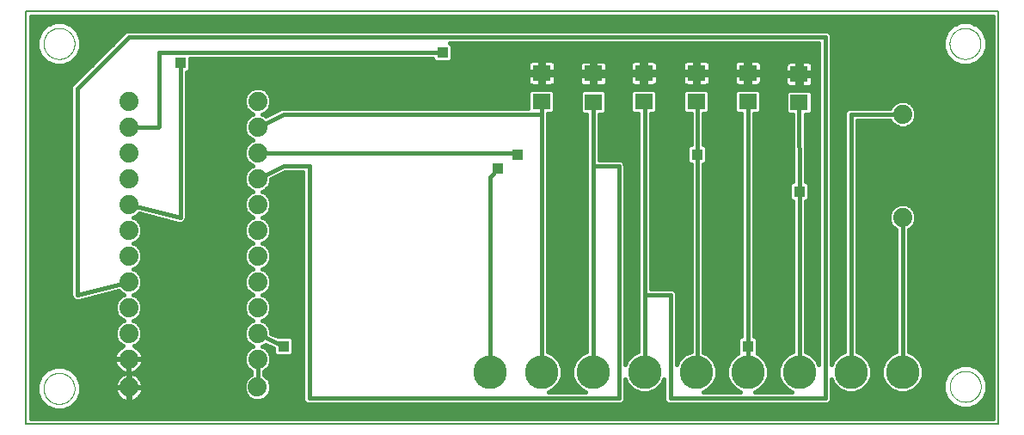
<source format=gtl>
G75*
%MOIN*%
%OFA0B0*%
%FSLAX25Y25*%
%IPPOS*%
%LPD*%
%AMOC8*
5,1,8,0,0,1.08239X$1,22.5*
%
%ADD10C,0.00800*%
%ADD11C,0.07400*%
%ADD12C,0.00000*%
%ADD13R,0.07087X0.06299*%
%ADD14C,0.13000*%
%ADD15C,0.01600*%
%ADD16R,0.04362X0.04362*%
D10*
X0001800Y0001800D02*
X0379005Y0001800D01*
X0379005Y0161800D01*
X0001800Y0161800D01*
X0001800Y0001800D01*
D11*
X0041918Y0015894D03*
X0041800Y0026800D03*
X0041800Y0036800D03*
X0041800Y0046800D03*
X0041800Y0056800D03*
X0041800Y0066800D03*
X0041800Y0076800D03*
X0041800Y0086800D03*
X0041800Y0096800D03*
X0041800Y0106800D03*
X0041800Y0116800D03*
X0041800Y0126800D03*
X0091800Y0126800D03*
X0091800Y0116800D03*
X0091800Y0106800D03*
X0091800Y0096800D03*
X0091800Y0086800D03*
X0091800Y0076800D03*
X0091800Y0066800D03*
X0091800Y0056800D03*
X0091800Y0046800D03*
X0091800Y0036800D03*
X0091800Y0026800D03*
X0091761Y0015973D03*
X0341800Y0081800D03*
X0341800Y0121800D03*
D12*
X0360091Y0149162D02*
X0360093Y0149316D01*
X0360099Y0149471D01*
X0360109Y0149625D01*
X0360123Y0149779D01*
X0360141Y0149932D01*
X0360162Y0150085D01*
X0360188Y0150238D01*
X0360218Y0150389D01*
X0360251Y0150540D01*
X0360289Y0150690D01*
X0360330Y0150839D01*
X0360375Y0150987D01*
X0360424Y0151133D01*
X0360477Y0151279D01*
X0360533Y0151422D01*
X0360593Y0151565D01*
X0360657Y0151705D01*
X0360724Y0151845D01*
X0360795Y0151982D01*
X0360869Y0152117D01*
X0360947Y0152251D01*
X0361028Y0152382D01*
X0361113Y0152511D01*
X0361201Y0152639D01*
X0361292Y0152763D01*
X0361386Y0152886D01*
X0361484Y0153006D01*
X0361584Y0153123D01*
X0361688Y0153238D01*
X0361794Y0153350D01*
X0361903Y0153459D01*
X0362015Y0153565D01*
X0362130Y0153669D01*
X0362247Y0153769D01*
X0362367Y0153867D01*
X0362490Y0153961D01*
X0362614Y0154052D01*
X0362742Y0154140D01*
X0362871Y0154225D01*
X0363002Y0154306D01*
X0363136Y0154384D01*
X0363271Y0154458D01*
X0363408Y0154529D01*
X0363548Y0154596D01*
X0363688Y0154660D01*
X0363831Y0154720D01*
X0363974Y0154776D01*
X0364120Y0154829D01*
X0364266Y0154878D01*
X0364414Y0154923D01*
X0364563Y0154964D01*
X0364713Y0155002D01*
X0364864Y0155035D01*
X0365015Y0155065D01*
X0365168Y0155091D01*
X0365321Y0155112D01*
X0365474Y0155130D01*
X0365628Y0155144D01*
X0365782Y0155154D01*
X0365937Y0155160D01*
X0366091Y0155162D01*
X0366245Y0155160D01*
X0366400Y0155154D01*
X0366554Y0155144D01*
X0366708Y0155130D01*
X0366861Y0155112D01*
X0367014Y0155091D01*
X0367167Y0155065D01*
X0367318Y0155035D01*
X0367469Y0155002D01*
X0367619Y0154964D01*
X0367768Y0154923D01*
X0367916Y0154878D01*
X0368062Y0154829D01*
X0368208Y0154776D01*
X0368351Y0154720D01*
X0368494Y0154660D01*
X0368634Y0154596D01*
X0368774Y0154529D01*
X0368911Y0154458D01*
X0369046Y0154384D01*
X0369180Y0154306D01*
X0369311Y0154225D01*
X0369440Y0154140D01*
X0369568Y0154052D01*
X0369692Y0153961D01*
X0369815Y0153867D01*
X0369935Y0153769D01*
X0370052Y0153669D01*
X0370167Y0153565D01*
X0370279Y0153459D01*
X0370388Y0153350D01*
X0370494Y0153238D01*
X0370598Y0153123D01*
X0370698Y0153006D01*
X0370796Y0152886D01*
X0370890Y0152763D01*
X0370981Y0152639D01*
X0371069Y0152511D01*
X0371154Y0152382D01*
X0371235Y0152251D01*
X0371313Y0152117D01*
X0371387Y0151982D01*
X0371458Y0151845D01*
X0371525Y0151705D01*
X0371589Y0151565D01*
X0371649Y0151422D01*
X0371705Y0151279D01*
X0371758Y0151133D01*
X0371807Y0150987D01*
X0371852Y0150839D01*
X0371893Y0150690D01*
X0371931Y0150540D01*
X0371964Y0150389D01*
X0371994Y0150238D01*
X0372020Y0150085D01*
X0372041Y0149932D01*
X0372059Y0149779D01*
X0372073Y0149625D01*
X0372083Y0149471D01*
X0372089Y0149316D01*
X0372091Y0149162D01*
X0372089Y0149008D01*
X0372083Y0148853D01*
X0372073Y0148699D01*
X0372059Y0148545D01*
X0372041Y0148392D01*
X0372020Y0148239D01*
X0371994Y0148086D01*
X0371964Y0147935D01*
X0371931Y0147784D01*
X0371893Y0147634D01*
X0371852Y0147485D01*
X0371807Y0147337D01*
X0371758Y0147191D01*
X0371705Y0147045D01*
X0371649Y0146902D01*
X0371589Y0146759D01*
X0371525Y0146619D01*
X0371458Y0146479D01*
X0371387Y0146342D01*
X0371313Y0146207D01*
X0371235Y0146073D01*
X0371154Y0145942D01*
X0371069Y0145813D01*
X0370981Y0145685D01*
X0370890Y0145561D01*
X0370796Y0145438D01*
X0370698Y0145318D01*
X0370598Y0145201D01*
X0370494Y0145086D01*
X0370388Y0144974D01*
X0370279Y0144865D01*
X0370167Y0144759D01*
X0370052Y0144655D01*
X0369935Y0144555D01*
X0369815Y0144457D01*
X0369692Y0144363D01*
X0369568Y0144272D01*
X0369440Y0144184D01*
X0369311Y0144099D01*
X0369180Y0144018D01*
X0369046Y0143940D01*
X0368911Y0143866D01*
X0368774Y0143795D01*
X0368634Y0143728D01*
X0368494Y0143664D01*
X0368351Y0143604D01*
X0368208Y0143548D01*
X0368062Y0143495D01*
X0367916Y0143446D01*
X0367768Y0143401D01*
X0367619Y0143360D01*
X0367469Y0143322D01*
X0367318Y0143289D01*
X0367167Y0143259D01*
X0367014Y0143233D01*
X0366861Y0143212D01*
X0366708Y0143194D01*
X0366554Y0143180D01*
X0366400Y0143170D01*
X0366245Y0143164D01*
X0366091Y0143162D01*
X0365937Y0143164D01*
X0365782Y0143170D01*
X0365628Y0143180D01*
X0365474Y0143194D01*
X0365321Y0143212D01*
X0365168Y0143233D01*
X0365015Y0143259D01*
X0364864Y0143289D01*
X0364713Y0143322D01*
X0364563Y0143360D01*
X0364414Y0143401D01*
X0364266Y0143446D01*
X0364120Y0143495D01*
X0363974Y0143548D01*
X0363831Y0143604D01*
X0363688Y0143664D01*
X0363548Y0143728D01*
X0363408Y0143795D01*
X0363271Y0143866D01*
X0363136Y0143940D01*
X0363002Y0144018D01*
X0362871Y0144099D01*
X0362742Y0144184D01*
X0362614Y0144272D01*
X0362490Y0144363D01*
X0362367Y0144457D01*
X0362247Y0144555D01*
X0362130Y0144655D01*
X0362015Y0144759D01*
X0361903Y0144865D01*
X0361794Y0144974D01*
X0361688Y0145086D01*
X0361584Y0145201D01*
X0361484Y0145318D01*
X0361386Y0145438D01*
X0361292Y0145561D01*
X0361201Y0145685D01*
X0361113Y0145813D01*
X0361028Y0145942D01*
X0360947Y0146073D01*
X0360869Y0146207D01*
X0360795Y0146342D01*
X0360724Y0146479D01*
X0360657Y0146619D01*
X0360593Y0146759D01*
X0360533Y0146902D01*
X0360477Y0147045D01*
X0360424Y0147191D01*
X0360375Y0147337D01*
X0360330Y0147485D01*
X0360289Y0147634D01*
X0360251Y0147784D01*
X0360218Y0147935D01*
X0360188Y0148086D01*
X0360162Y0148239D01*
X0360141Y0148392D01*
X0360123Y0148545D01*
X0360109Y0148699D01*
X0360099Y0148853D01*
X0360093Y0149008D01*
X0360091Y0149162D01*
X0360209Y0016209D02*
X0360211Y0016363D01*
X0360217Y0016518D01*
X0360227Y0016672D01*
X0360241Y0016826D01*
X0360259Y0016979D01*
X0360280Y0017132D01*
X0360306Y0017285D01*
X0360336Y0017436D01*
X0360369Y0017587D01*
X0360407Y0017737D01*
X0360448Y0017886D01*
X0360493Y0018034D01*
X0360542Y0018180D01*
X0360595Y0018326D01*
X0360651Y0018469D01*
X0360711Y0018612D01*
X0360775Y0018752D01*
X0360842Y0018892D01*
X0360913Y0019029D01*
X0360987Y0019164D01*
X0361065Y0019298D01*
X0361146Y0019429D01*
X0361231Y0019558D01*
X0361319Y0019686D01*
X0361410Y0019810D01*
X0361504Y0019933D01*
X0361602Y0020053D01*
X0361702Y0020170D01*
X0361806Y0020285D01*
X0361912Y0020397D01*
X0362021Y0020506D01*
X0362133Y0020612D01*
X0362248Y0020716D01*
X0362365Y0020816D01*
X0362485Y0020914D01*
X0362608Y0021008D01*
X0362732Y0021099D01*
X0362860Y0021187D01*
X0362989Y0021272D01*
X0363120Y0021353D01*
X0363254Y0021431D01*
X0363389Y0021505D01*
X0363526Y0021576D01*
X0363666Y0021643D01*
X0363806Y0021707D01*
X0363949Y0021767D01*
X0364092Y0021823D01*
X0364238Y0021876D01*
X0364384Y0021925D01*
X0364532Y0021970D01*
X0364681Y0022011D01*
X0364831Y0022049D01*
X0364982Y0022082D01*
X0365133Y0022112D01*
X0365286Y0022138D01*
X0365439Y0022159D01*
X0365592Y0022177D01*
X0365746Y0022191D01*
X0365900Y0022201D01*
X0366055Y0022207D01*
X0366209Y0022209D01*
X0366363Y0022207D01*
X0366518Y0022201D01*
X0366672Y0022191D01*
X0366826Y0022177D01*
X0366979Y0022159D01*
X0367132Y0022138D01*
X0367285Y0022112D01*
X0367436Y0022082D01*
X0367587Y0022049D01*
X0367737Y0022011D01*
X0367886Y0021970D01*
X0368034Y0021925D01*
X0368180Y0021876D01*
X0368326Y0021823D01*
X0368469Y0021767D01*
X0368612Y0021707D01*
X0368752Y0021643D01*
X0368892Y0021576D01*
X0369029Y0021505D01*
X0369164Y0021431D01*
X0369298Y0021353D01*
X0369429Y0021272D01*
X0369558Y0021187D01*
X0369686Y0021099D01*
X0369810Y0021008D01*
X0369933Y0020914D01*
X0370053Y0020816D01*
X0370170Y0020716D01*
X0370285Y0020612D01*
X0370397Y0020506D01*
X0370506Y0020397D01*
X0370612Y0020285D01*
X0370716Y0020170D01*
X0370816Y0020053D01*
X0370914Y0019933D01*
X0371008Y0019810D01*
X0371099Y0019686D01*
X0371187Y0019558D01*
X0371272Y0019429D01*
X0371353Y0019298D01*
X0371431Y0019164D01*
X0371505Y0019029D01*
X0371576Y0018892D01*
X0371643Y0018752D01*
X0371707Y0018612D01*
X0371767Y0018469D01*
X0371823Y0018326D01*
X0371876Y0018180D01*
X0371925Y0018034D01*
X0371970Y0017886D01*
X0372011Y0017737D01*
X0372049Y0017587D01*
X0372082Y0017436D01*
X0372112Y0017285D01*
X0372138Y0017132D01*
X0372159Y0016979D01*
X0372177Y0016826D01*
X0372191Y0016672D01*
X0372201Y0016518D01*
X0372207Y0016363D01*
X0372209Y0016209D01*
X0372207Y0016055D01*
X0372201Y0015900D01*
X0372191Y0015746D01*
X0372177Y0015592D01*
X0372159Y0015439D01*
X0372138Y0015286D01*
X0372112Y0015133D01*
X0372082Y0014982D01*
X0372049Y0014831D01*
X0372011Y0014681D01*
X0371970Y0014532D01*
X0371925Y0014384D01*
X0371876Y0014238D01*
X0371823Y0014092D01*
X0371767Y0013949D01*
X0371707Y0013806D01*
X0371643Y0013666D01*
X0371576Y0013526D01*
X0371505Y0013389D01*
X0371431Y0013254D01*
X0371353Y0013120D01*
X0371272Y0012989D01*
X0371187Y0012860D01*
X0371099Y0012732D01*
X0371008Y0012608D01*
X0370914Y0012485D01*
X0370816Y0012365D01*
X0370716Y0012248D01*
X0370612Y0012133D01*
X0370506Y0012021D01*
X0370397Y0011912D01*
X0370285Y0011806D01*
X0370170Y0011702D01*
X0370053Y0011602D01*
X0369933Y0011504D01*
X0369810Y0011410D01*
X0369686Y0011319D01*
X0369558Y0011231D01*
X0369429Y0011146D01*
X0369298Y0011065D01*
X0369164Y0010987D01*
X0369029Y0010913D01*
X0368892Y0010842D01*
X0368752Y0010775D01*
X0368612Y0010711D01*
X0368469Y0010651D01*
X0368326Y0010595D01*
X0368180Y0010542D01*
X0368034Y0010493D01*
X0367886Y0010448D01*
X0367737Y0010407D01*
X0367587Y0010369D01*
X0367436Y0010336D01*
X0367285Y0010306D01*
X0367132Y0010280D01*
X0366979Y0010259D01*
X0366826Y0010241D01*
X0366672Y0010227D01*
X0366518Y0010217D01*
X0366363Y0010211D01*
X0366209Y0010209D01*
X0366055Y0010211D01*
X0365900Y0010217D01*
X0365746Y0010227D01*
X0365592Y0010241D01*
X0365439Y0010259D01*
X0365286Y0010280D01*
X0365133Y0010306D01*
X0364982Y0010336D01*
X0364831Y0010369D01*
X0364681Y0010407D01*
X0364532Y0010448D01*
X0364384Y0010493D01*
X0364238Y0010542D01*
X0364092Y0010595D01*
X0363949Y0010651D01*
X0363806Y0010711D01*
X0363666Y0010775D01*
X0363526Y0010842D01*
X0363389Y0010913D01*
X0363254Y0010987D01*
X0363120Y0011065D01*
X0362989Y0011146D01*
X0362860Y0011231D01*
X0362732Y0011319D01*
X0362608Y0011410D01*
X0362485Y0011504D01*
X0362365Y0011602D01*
X0362248Y0011702D01*
X0362133Y0011806D01*
X0362021Y0011912D01*
X0361912Y0012021D01*
X0361806Y0012133D01*
X0361702Y0012248D01*
X0361602Y0012365D01*
X0361504Y0012485D01*
X0361410Y0012608D01*
X0361319Y0012732D01*
X0361231Y0012860D01*
X0361146Y0012989D01*
X0361065Y0013120D01*
X0360987Y0013254D01*
X0360913Y0013389D01*
X0360842Y0013526D01*
X0360775Y0013666D01*
X0360711Y0013806D01*
X0360651Y0013949D01*
X0360595Y0014092D01*
X0360542Y0014238D01*
X0360493Y0014384D01*
X0360448Y0014532D01*
X0360407Y0014681D01*
X0360369Y0014831D01*
X0360336Y0014982D01*
X0360306Y0015133D01*
X0360280Y0015286D01*
X0360259Y0015439D01*
X0360241Y0015592D01*
X0360227Y0015746D01*
X0360217Y0015900D01*
X0360211Y0016055D01*
X0360209Y0016209D01*
X0008831Y0015422D02*
X0008833Y0015576D01*
X0008839Y0015731D01*
X0008849Y0015885D01*
X0008863Y0016039D01*
X0008881Y0016192D01*
X0008902Y0016345D01*
X0008928Y0016498D01*
X0008958Y0016649D01*
X0008991Y0016800D01*
X0009029Y0016950D01*
X0009070Y0017099D01*
X0009115Y0017247D01*
X0009164Y0017393D01*
X0009217Y0017539D01*
X0009273Y0017682D01*
X0009333Y0017825D01*
X0009397Y0017965D01*
X0009464Y0018105D01*
X0009535Y0018242D01*
X0009609Y0018377D01*
X0009687Y0018511D01*
X0009768Y0018642D01*
X0009853Y0018771D01*
X0009941Y0018899D01*
X0010032Y0019023D01*
X0010126Y0019146D01*
X0010224Y0019266D01*
X0010324Y0019383D01*
X0010428Y0019498D01*
X0010534Y0019610D01*
X0010643Y0019719D01*
X0010755Y0019825D01*
X0010870Y0019929D01*
X0010987Y0020029D01*
X0011107Y0020127D01*
X0011230Y0020221D01*
X0011354Y0020312D01*
X0011482Y0020400D01*
X0011611Y0020485D01*
X0011742Y0020566D01*
X0011876Y0020644D01*
X0012011Y0020718D01*
X0012148Y0020789D01*
X0012288Y0020856D01*
X0012428Y0020920D01*
X0012571Y0020980D01*
X0012714Y0021036D01*
X0012860Y0021089D01*
X0013006Y0021138D01*
X0013154Y0021183D01*
X0013303Y0021224D01*
X0013453Y0021262D01*
X0013604Y0021295D01*
X0013755Y0021325D01*
X0013908Y0021351D01*
X0014061Y0021372D01*
X0014214Y0021390D01*
X0014368Y0021404D01*
X0014522Y0021414D01*
X0014677Y0021420D01*
X0014831Y0021422D01*
X0014985Y0021420D01*
X0015140Y0021414D01*
X0015294Y0021404D01*
X0015448Y0021390D01*
X0015601Y0021372D01*
X0015754Y0021351D01*
X0015907Y0021325D01*
X0016058Y0021295D01*
X0016209Y0021262D01*
X0016359Y0021224D01*
X0016508Y0021183D01*
X0016656Y0021138D01*
X0016802Y0021089D01*
X0016948Y0021036D01*
X0017091Y0020980D01*
X0017234Y0020920D01*
X0017374Y0020856D01*
X0017514Y0020789D01*
X0017651Y0020718D01*
X0017786Y0020644D01*
X0017920Y0020566D01*
X0018051Y0020485D01*
X0018180Y0020400D01*
X0018308Y0020312D01*
X0018432Y0020221D01*
X0018555Y0020127D01*
X0018675Y0020029D01*
X0018792Y0019929D01*
X0018907Y0019825D01*
X0019019Y0019719D01*
X0019128Y0019610D01*
X0019234Y0019498D01*
X0019338Y0019383D01*
X0019438Y0019266D01*
X0019536Y0019146D01*
X0019630Y0019023D01*
X0019721Y0018899D01*
X0019809Y0018771D01*
X0019894Y0018642D01*
X0019975Y0018511D01*
X0020053Y0018377D01*
X0020127Y0018242D01*
X0020198Y0018105D01*
X0020265Y0017965D01*
X0020329Y0017825D01*
X0020389Y0017682D01*
X0020445Y0017539D01*
X0020498Y0017393D01*
X0020547Y0017247D01*
X0020592Y0017099D01*
X0020633Y0016950D01*
X0020671Y0016800D01*
X0020704Y0016649D01*
X0020734Y0016498D01*
X0020760Y0016345D01*
X0020781Y0016192D01*
X0020799Y0016039D01*
X0020813Y0015885D01*
X0020823Y0015731D01*
X0020829Y0015576D01*
X0020831Y0015422D01*
X0020829Y0015268D01*
X0020823Y0015113D01*
X0020813Y0014959D01*
X0020799Y0014805D01*
X0020781Y0014652D01*
X0020760Y0014499D01*
X0020734Y0014346D01*
X0020704Y0014195D01*
X0020671Y0014044D01*
X0020633Y0013894D01*
X0020592Y0013745D01*
X0020547Y0013597D01*
X0020498Y0013451D01*
X0020445Y0013305D01*
X0020389Y0013162D01*
X0020329Y0013019D01*
X0020265Y0012879D01*
X0020198Y0012739D01*
X0020127Y0012602D01*
X0020053Y0012467D01*
X0019975Y0012333D01*
X0019894Y0012202D01*
X0019809Y0012073D01*
X0019721Y0011945D01*
X0019630Y0011821D01*
X0019536Y0011698D01*
X0019438Y0011578D01*
X0019338Y0011461D01*
X0019234Y0011346D01*
X0019128Y0011234D01*
X0019019Y0011125D01*
X0018907Y0011019D01*
X0018792Y0010915D01*
X0018675Y0010815D01*
X0018555Y0010717D01*
X0018432Y0010623D01*
X0018308Y0010532D01*
X0018180Y0010444D01*
X0018051Y0010359D01*
X0017920Y0010278D01*
X0017786Y0010200D01*
X0017651Y0010126D01*
X0017514Y0010055D01*
X0017374Y0009988D01*
X0017234Y0009924D01*
X0017091Y0009864D01*
X0016948Y0009808D01*
X0016802Y0009755D01*
X0016656Y0009706D01*
X0016508Y0009661D01*
X0016359Y0009620D01*
X0016209Y0009582D01*
X0016058Y0009549D01*
X0015907Y0009519D01*
X0015754Y0009493D01*
X0015601Y0009472D01*
X0015448Y0009454D01*
X0015294Y0009440D01*
X0015140Y0009430D01*
X0014985Y0009424D01*
X0014831Y0009422D01*
X0014677Y0009424D01*
X0014522Y0009430D01*
X0014368Y0009440D01*
X0014214Y0009454D01*
X0014061Y0009472D01*
X0013908Y0009493D01*
X0013755Y0009519D01*
X0013604Y0009549D01*
X0013453Y0009582D01*
X0013303Y0009620D01*
X0013154Y0009661D01*
X0013006Y0009706D01*
X0012860Y0009755D01*
X0012714Y0009808D01*
X0012571Y0009864D01*
X0012428Y0009924D01*
X0012288Y0009988D01*
X0012148Y0010055D01*
X0012011Y0010126D01*
X0011876Y0010200D01*
X0011742Y0010278D01*
X0011611Y0010359D01*
X0011482Y0010444D01*
X0011354Y0010532D01*
X0011230Y0010623D01*
X0011107Y0010717D01*
X0010987Y0010815D01*
X0010870Y0010915D01*
X0010755Y0011019D01*
X0010643Y0011125D01*
X0010534Y0011234D01*
X0010428Y0011346D01*
X0010324Y0011461D01*
X0010224Y0011578D01*
X0010126Y0011698D01*
X0010032Y0011821D01*
X0009941Y0011945D01*
X0009853Y0012073D01*
X0009768Y0012202D01*
X0009687Y0012333D01*
X0009609Y0012467D01*
X0009535Y0012602D01*
X0009464Y0012739D01*
X0009397Y0012879D01*
X0009333Y0013019D01*
X0009273Y0013162D01*
X0009217Y0013305D01*
X0009164Y0013451D01*
X0009115Y0013597D01*
X0009070Y0013745D01*
X0009029Y0013894D01*
X0008991Y0014044D01*
X0008958Y0014195D01*
X0008928Y0014346D01*
X0008902Y0014499D01*
X0008881Y0014652D01*
X0008863Y0014805D01*
X0008849Y0014959D01*
X0008839Y0015113D01*
X0008833Y0015268D01*
X0008831Y0015422D01*
X0008831Y0149162D02*
X0008833Y0149316D01*
X0008839Y0149471D01*
X0008849Y0149625D01*
X0008863Y0149779D01*
X0008881Y0149932D01*
X0008902Y0150085D01*
X0008928Y0150238D01*
X0008958Y0150389D01*
X0008991Y0150540D01*
X0009029Y0150690D01*
X0009070Y0150839D01*
X0009115Y0150987D01*
X0009164Y0151133D01*
X0009217Y0151279D01*
X0009273Y0151422D01*
X0009333Y0151565D01*
X0009397Y0151705D01*
X0009464Y0151845D01*
X0009535Y0151982D01*
X0009609Y0152117D01*
X0009687Y0152251D01*
X0009768Y0152382D01*
X0009853Y0152511D01*
X0009941Y0152639D01*
X0010032Y0152763D01*
X0010126Y0152886D01*
X0010224Y0153006D01*
X0010324Y0153123D01*
X0010428Y0153238D01*
X0010534Y0153350D01*
X0010643Y0153459D01*
X0010755Y0153565D01*
X0010870Y0153669D01*
X0010987Y0153769D01*
X0011107Y0153867D01*
X0011230Y0153961D01*
X0011354Y0154052D01*
X0011482Y0154140D01*
X0011611Y0154225D01*
X0011742Y0154306D01*
X0011876Y0154384D01*
X0012011Y0154458D01*
X0012148Y0154529D01*
X0012288Y0154596D01*
X0012428Y0154660D01*
X0012571Y0154720D01*
X0012714Y0154776D01*
X0012860Y0154829D01*
X0013006Y0154878D01*
X0013154Y0154923D01*
X0013303Y0154964D01*
X0013453Y0155002D01*
X0013604Y0155035D01*
X0013755Y0155065D01*
X0013908Y0155091D01*
X0014061Y0155112D01*
X0014214Y0155130D01*
X0014368Y0155144D01*
X0014522Y0155154D01*
X0014677Y0155160D01*
X0014831Y0155162D01*
X0014985Y0155160D01*
X0015140Y0155154D01*
X0015294Y0155144D01*
X0015448Y0155130D01*
X0015601Y0155112D01*
X0015754Y0155091D01*
X0015907Y0155065D01*
X0016058Y0155035D01*
X0016209Y0155002D01*
X0016359Y0154964D01*
X0016508Y0154923D01*
X0016656Y0154878D01*
X0016802Y0154829D01*
X0016948Y0154776D01*
X0017091Y0154720D01*
X0017234Y0154660D01*
X0017374Y0154596D01*
X0017514Y0154529D01*
X0017651Y0154458D01*
X0017786Y0154384D01*
X0017920Y0154306D01*
X0018051Y0154225D01*
X0018180Y0154140D01*
X0018308Y0154052D01*
X0018432Y0153961D01*
X0018555Y0153867D01*
X0018675Y0153769D01*
X0018792Y0153669D01*
X0018907Y0153565D01*
X0019019Y0153459D01*
X0019128Y0153350D01*
X0019234Y0153238D01*
X0019338Y0153123D01*
X0019438Y0153006D01*
X0019536Y0152886D01*
X0019630Y0152763D01*
X0019721Y0152639D01*
X0019809Y0152511D01*
X0019894Y0152382D01*
X0019975Y0152251D01*
X0020053Y0152117D01*
X0020127Y0151982D01*
X0020198Y0151845D01*
X0020265Y0151705D01*
X0020329Y0151565D01*
X0020389Y0151422D01*
X0020445Y0151279D01*
X0020498Y0151133D01*
X0020547Y0150987D01*
X0020592Y0150839D01*
X0020633Y0150690D01*
X0020671Y0150540D01*
X0020704Y0150389D01*
X0020734Y0150238D01*
X0020760Y0150085D01*
X0020781Y0149932D01*
X0020799Y0149779D01*
X0020813Y0149625D01*
X0020823Y0149471D01*
X0020829Y0149316D01*
X0020831Y0149162D01*
X0020829Y0149008D01*
X0020823Y0148853D01*
X0020813Y0148699D01*
X0020799Y0148545D01*
X0020781Y0148392D01*
X0020760Y0148239D01*
X0020734Y0148086D01*
X0020704Y0147935D01*
X0020671Y0147784D01*
X0020633Y0147634D01*
X0020592Y0147485D01*
X0020547Y0147337D01*
X0020498Y0147191D01*
X0020445Y0147045D01*
X0020389Y0146902D01*
X0020329Y0146759D01*
X0020265Y0146619D01*
X0020198Y0146479D01*
X0020127Y0146342D01*
X0020053Y0146207D01*
X0019975Y0146073D01*
X0019894Y0145942D01*
X0019809Y0145813D01*
X0019721Y0145685D01*
X0019630Y0145561D01*
X0019536Y0145438D01*
X0019438Y0145318D01*
X0019338Y0145201D01*
X0019234Y0145086D01*
X0019128Y0144974D01*
X0019019Y0144865D01*
X0018907Y0144759D01*
X0018792Y0144655D01*
X0018675Y0144555D01*
X0018555Y0144457D01*
X0018432Y0144363D01*
X0018308Y0144272D01*
X0018180Y0144184D01*
X0018051Y0144099D01*
X0017920Y0144018D01*
X0017786Y0143940D01*
X0017651Y0143866D01*
X0017514Y0143795D01*
X0017374Y0143728D01*
X0017234Y0143664D01*
X0017091Y0143604D01*
X0016948Y0143548D01*
X0016802Y0143495D01*
X0016656Y0143446D01*
X0016508Y0143401D01*
X0016359Y0143360D01*
X0016209Y0143322D01*
X0016058Y0143289D01*
X0015907Y0143259D01*
X0015754Y0143233D01*
X0015601Y0143212D01*
X0015448Y0143194D01*
X0015294Y0143180D01*
X0015140Y0143170D01*
X0014985Y0143164D01*
X0014831Y0143162D01*
X0014677Y0143164D01*
X0014522Y0143170D01*
X0014368Y0143180D01*
X0014214Y0143194D01*
X0014061Y0143212D01*
X0013908Y0143233D01*
X0013755Y0143259D01*
X0013604Y0143289D01*
X0013453Y0143322D01*
X0013303Y0143360D01*
X0013154Y0143401D01*
X0013006Y0143446D01*
X0012860Y0143495D01*
X0012714Y0143548D01*
X0012571Y0143604D01*
X0012428Y0143664D01*
X0012288Y0143728D01*
X0012148Y0143795D01*
X0012011Y0143866D01*
X0011876Y0143940D01*
X0011742Y0144018D01*
X0011611Y0144099D01*
X0011482Y0144184D01*
X0011354Y0144272D01*
X0011230Y0144363D01*
X0011107Y0144457D01*
X0010987Y0144555D01*
X0010870Y0144655D01*
X0010755Y0144759D01*
X0010643Y0144865D01*
X0010534Y0144974D01*
X0010428Y0145086D01*
X0010324Y0145201D01*
X0010224Y0145318D01*
X0010126Y0145438D01*
X0010032Y0145561D01*
X0009941Y0145685D01*
X0009853Y0145813D01*
X0009768Y0145942D01*
X0009687Y0146073D01*
X0009609Y0146207D01*
X0009535Y0146342D01*
X0009464Y0146479D01*
X0009397Y0146619D01*
X0009333Y0146759D01*
X0009273Y0146902D01*
X0009217Y0147045D01*
X0009164Y0147191D01*
X0009115Y0147337D01*
X0009070Y0147485D01*
X0009029Y0147634D01*
X0008991Y0147784D01*
X0008958Y0147935D01*
X0008928Y0148086D01*
X0008902Y0148239D01*
X0008881Y0148392D01*
X0008863Y0148545D01*
X0008849Y0148699D01*
X0008839Y0148853D01*
X0008833Y0149008D01*
X0008831Y0149162D01*
D13*
X0201918Y0137745D03*
X0221938Y0137548D03*
X0241505Y0137706D03*
X0261918Y0137745D03*
X0281820Y0137745D03*
X0301721Y0137351D03*
X0301721Y0126328D03*
X0281820Y0126721D03*
X0261918Y0126721D03*
X0241505Y0126682D03*
X0221938Y0126524D03*
X0201918Y0126721D03*
D14*
X0201800Y0021800D03*
X0181800Y0021800D03*
X0221800Y0021800D03*
X0241800Y0021800D03*
X0261800Y0021800D03*
X0281800Y0021800D03*
X0301800Y0021800D03*
X0321800Y0021800D03*
X0341800Y0021800D03*
D15*
X0341800Y0081800D01*
X0336500Y0081726D02*
X0324200Y0081726D01*
X0324200Y0083324D02*
X0336695Y0083324D01*
X0336500Y0082854D02*
X0336500Y0080746D01*
X0337307Y0078798D01*
X0338798Y0077307D01*
X0339400Y0077057D01*
X0339400Y0029573D01*
X0337212Y0028667D01*
X0334933Y0026388D01*
X0333700Y0023411D01*
X0333700Y0020189D01*
X0334933Y0017212D01*
X0337212Y0014933D01*
X0340189Y0013700D01*
X0343411Y0013700D01*
X0346388Y0014933D01*
X0348667Y0017212D01*
X0349900Y0020189D01*
X0349900Y0023411D01*
X0348667Y0026388D01*
X0346388Y0028667D01*
X0344200Y0029573D01*
X0344200Y0077057D01*
X0344802Y0077307D01*
X0346293Y0078798D01*
X0347100Y0080746D01*
X0347100Y0082854D01*
X0346293Y0084802D01*
X0344802Y0086293D01*
X0342854Y0087100D01*
X0340746Y0087100D01*
X0338798Y0086293D01*
X0337307Y0084802D01*
X0336500Y0082854D01*
X0337427Y0084923D02*
X0324200Y0084923D01*
X0324200Y0086521D02*
X0339348Y0086521D01*
X0344252Y0086521D02*
X0377005Y0086521D01*
X0377005Y0084923D02*
X0346173Y0084923D01*
X0346905Y0083324D02*
X0377005Y0083324D01*
X0377005Y0081726D02*
X0347100Y0081726D01*
X0346844Y0080127D02*
X0377005Y0080127D01*
X0377005Y0078529D02*
X0346024Y0078529D01*
X0344200Y0076930D02*
X0377005Y0076930D01*
X0377005Y0075332D02*
X0344200Y0075332D01*
X0344200Y0073733D02*
X0377005Y0073733D01*
X0377005Y0072134D02*
X0344200Y0072134D01*
X0344200Y0070536D02*
X0377005Y0070536D01*
X0377005Y0068937D02*
X0344200Y0068937D01*
X0344200Y0067339D02*
X0377005Y0067339D01*
X0377005Y0065740D02*
X0344200Y0065740D01*
X0344200Y0064142D02*
X0377005Y0064142D01*
X0377005Y0062543D02*
X0344200Y0062543D01*
X0344200Y0060945D02*
X0377005Y0060945D01*
X0377005Y0059346D02*
X0344200Y0059346D01*
X0344200Y0057748D02*
X0377005Y0057748D01*
X0377005Y0056149D02*
X0344200Y0056149D01*
X0344200Y0054551D02*
X0377005Y0054551D01*
X0377005Y0052952D02*
X0344200Y0052952D01*
X0344200Y0051354D02*
X0377005Y0051354D01*
X0377005Y0049755D02*
X0344200Y0049755D01*
X0344200Y0048157D02*
X0377005Y0048157D01*
X0377005Y0046558D02*
X0344200Y0046558D01*
X0344200Y0044960D02*
X0377005Y0044960D01*
X0377005Y0043361D02*
X0344200Y0043361D01*
X0344200Y0041763D02*
X0377005Y0041763D01*
X0377005Y0040164D02*
X0344200Y0040164D01*
X0344200Y0038566D02*
X0377005Y0038566D01*
X0377005Y0036967D02*
X0344200Y0036967D01*
X0344200Y0035369D02*
X0377005Y0035369D01*
X0377005Y0033770D02*
X0344200Y0033770D01*
X0344200Y0032172D02*
X0377005Y0032172D01*
X0377005Y0030573D02*
X0344200Y0030573D01*
X0345645Y0028975D02*
X0377005Y0028975D01*
X0377005Y0027376D02*
X0347679Y0027376D01*
X0348920Y0025778D02*
X0377005Y0025778D01*
X0377005Y0024179D02*
X0369180Y0024179D01*
X0367900Y0024709D02*
X0364519Y0024709D01*
X0361395Y0023415D01*
X0361395Y0023415D01*
X0359004Y0021024D01*
X0359003Y0021024D02*
X0357709Y0017900D01*
X0357709Y0014519D01*
X0359003Y0011395D01*
X0359003Y0011395D01*
X0361395Y0009003D01*
X0364519Y0007709D01*
X0365712Y0007709D01*
X0367900Y0007709D01*
X0371024Y0009003D01*
X0371024Y0009003D01*
X0373415Y0011395D01*
X0374709Y0014519D01*
X0374709Y0017900D01*
X0373415Y0021024D01*
X0371024Y0023415D01*
X0367900Y0024709D01*
X0371024Y0023415D02*
X0371024Y0023415D01*
X0371859Y0022581D02*
X0377005Y0022581D01*
X0377005Y0020982D02*
X0373433Y0020982D01*
X0373415Y0021024D02*
X0373415Y0021024D01*
X0374095Y0019384D02*
X0377005Y0019384D01*
X0377005Y0017785D02*
X0374709Y0017785D01*
X0374709Y0016187D02*
X0377005Y0016187D01*
X0377005Y0014588D02*
X0374709Y0014588D01*
X0374076Y0012990D02*
X0377005Y0012990D01*
X0377005Y0011391D02*
X0373412Y0011391D01*
X0373415Y0011395D02*
X0373415Y0011395D01*
X0371813Y0009793D02*
X0377005Y0009793D01*
X0377005Y0008194D02*
X0369070Y0008194D01*
X0363349Y0008194D02*
X0019593Y0008194D01*
X0019646Y0008216D02*
X0019646Y0008216D01*
X0016522Y0006922D01*
X0014334Y0006922D01*
X0013141Y0006922D01*
X0010017Y0008216D01*
X0010017Y0008216D01*
X0007626Y0010607D01*
X0007626Y0010607D01*
X0006331Y0013731D01*
X0006331Y0017113D01*
X0007626Y0020237D01*
X0007626Y0020237D01*
X0010017Y0022628D01*
X0010017Y0022628D01*
X0013141Y0023922D01*
X0016522Y0023922D01*
X0019646Y0022628D01*
X0019646Y0022628D01*
X0022037Y0020237D01*
X0022037Y0020237D01*
X0023331Y0017113D01*
X0023331Y0013731D01*
X0022037Y0010607D01*
X0022037Y0010607D01*
X0019646Y0008216D01*
X0021223Y0009793D02*
X0110413Y0009793D01*
X0110441Y0009765D02*
X0111323Y0009400D01*
X0232277Y0009400D01*
X0233159Y0009765D01*
X0233835Y0010441D01*
X0234200Y0011323D01*
X0234200Y0018982D01*
X0234933Y0017212D01*
X0237212Y0014933D01*
X0240189Y0013700D01*
X0243411Y0013700D01*
X0246388Y0014933D01*
X0248667Y0017212D01*
X0249400Y0018982D01*
X0249400Y0011323D01*
X0249765Y0010441D01*
X0250441Y0009765D01*
X0251323Y0009400D01*
X0312277Y0009400D01*
X0313159Y0009765D01*
X0313835Y0010441D01*
X0314200Y0011323D01*
X0314200Y0018982D01*
X0314933Y0017212D01*
X0317212Y0014933D01*
X0320189Y0013700D01*
X0323411Y0013700D01*
X0326388Y0014933D01*
X0328667Y0017212D01*
X0329900Y0020189D01*
X0329900Y0023411D01*
X0328667Y0026388D01*
X0326388Y0028667D01*
X0324200Y0029573D01*
X0324200Y0119400D01*
X0337057Y0119400D01*
X0337307Y0118798D01*
X0338798Y0117307D01*
X0340746Y0116500D01*
X0342854Y0116500D01*
X0344802Y0117307D01*
X0346293Y0118798D01*
X0347100Y0120746D01*
X0347100Y0122854D01*
X0346293Y0124802D01*
X0344802Y0126293D01*
X0342854Y0127100D01*
X0340746Y0127100D01*
X0338798Y0126293D01*
X0337307Y0124802D01*
X0337057Y0124200D01*
X0321323Y0124200D01*
X0320441Y0123835D01*
X0319765Y0123159D01*
X0319400Y0122277D01*
X0319400Y0029573D01*
X0317212Y0028667D01*
X0314933Y0026388D01*
X0314200Y0024618D01*
X0314200Y0152277D01*
X0313835Y0153159D01*
X0313159Y0153835D01*
X0312277Y0154200D01*
X0041323Y0154200D01*
X0040441Y0153835D01*
X0020441Y0133835D01*
X0020441Y0133835D01*
X0019765Y0133159D01*
X0019400Y0132277D01*
X0019400Y0051978D01*
X0019356Y0051681D01*
X0019400Y0051505D01*
X0019400Y0051323D01*
X0019515Y0051046D01*
X0019587Y0050755D01*
X0019696Y0050609D01*
X0019765Y0050441D01*
X0019977Y0050229D01*
X0020156Y0049988D01*
X0020312Y0049894D01*
X0020441Y0049765D01*
X0020717Y0049651D01*
X0020975Y0049496D01*
X0021155Y0049470D01*
X0021323Y0049400D01*
X0021622Y0049400D01*
X0021919Y0049356D01*
X0022095Y0049400D01*
X0022277Y0049400D01*
X0022554Y0049515D01*
X0037783Y0053322D01*
X0038798Y0052307D01*
X0040022Y0051800D01*
X0038798Y0051293D01*
X0037307Y0049802D01*
X0036500Y0047854D01*
X0036500Y0045746D01*
X0037307Y0043798D01*
X0038798Y0042307D01*
X0040022Y0041800D01*
X0038798Y0041293D01*
X0037307Y0039802D01*
X0036500Y0037854D01*
X0036500Y0035746D01*
X0037307Y0033798D01*
X0038798Y0032307D01*
X0039744Y0031915D01*
X0039689Y0031897D01*
X0038917Y0031504D01*
X0038217Y0030995D01*
X0037605Y0030383D01*
X0037096Y0029683D01*
X0036703Y0028911D01*
X0036435Y0028088D01*
X0036300Y0027233D01*
X0036300Y0027000D01*
X0041600Y0027000D01*
X0041600Y0026600D01*
X0036300Y0026600D01*
X0036300Y0026367D01*
X0036435Y0025512D01*
X0036703Y0024689D01*
X0037096Y0023917D01*
X0037605Y0023217D01*
X0038217Y0022605D01*
X0038917Y0022096D01*
X0039689Y0021703D01*
X0040512Y0021435D01*
X0041128Y0021338D01*
X0040630Y0021259D01*
X0039807Y0020992D01*
X0039035Y0020598D01*
X0038335Y0020090D01*
X0037723Y0019477D01*
X0037214Y0018777D01*
X0036821Y0018006D01*
X0036554Y0017182D01*
X0036418Y0016327D01*
X0036418Y0016094D01*
X0041718Y0016094D01*
X0041718Y0015694D01*
X0042118Y0015694D01*
X0042118Y0010394D01*
X0042351Y0010394D01*
X0043206Y0010530D01*
X0044029Y0010797D01*
X0044801Y0011190D01*
X0045501Y0011699D01*
X0046113Y0012311D01*
X0046622Y0013012D01*
X0047015Y0013783D01*
X0047283Y0014607D01*
X0047418Y0015462D01*
X0047418Y0015694D01*
X0042118Y0015694D01*
X0042118Y0016094D01*
X0047418Y0016094D01*
X0047418Y0016327D01*
X0047283Y0017182D01*
X0047015Y0018006D01*
X0046622Y0018777D01*
X0046113Y0019477D01*
X0045501Y0020090D01*
X0044801Y0020598D01*
X0044029Y0020992D01*
X0043206Y0021259D01*
X0042590Y0021357D01*
X0043088Y0021435D01*
X0043911Y0021703D01*
X0044683Y0022096D01*
X0045383Y0022605D01*
X0045995Y0023217D01*
X0046504Y0023917D01*
X0046897Y0024689D01*
X0047165Y0025512D01*
X0047300Y0026367D01*
X0047300Y0026600D01*
X0042000Y0026600D01*
X0042000Y0027000D01*
X0047300Y0027000D01*
X0047300Y0027233D01*
X0047165Y0028088D01*
X0046897Y0028911D01*
X0046504Y0029683D01*
X0045995Y0030383D01*
X0045383Y0030995D01*
X0044683Y0031504D01*
X0043911Y0031897D01*
X0043856Y0031915D01*
X0044802Y0032307D01*
X0046293Y0033798D01*
X0047100Y0035746D01*
X0047100Y0037854D01*
X0046293Y0039802D01*
X0044802Y0041293D01*
X0043578Y0041800D01*
X0044802Y0042307D01*
X0046293Y0043798D01*
X0047100Y0045746D01*
X0047100Y0047854D01*
X0046293Y0049802D01*
X0044802Y0051293D01*
X0043578Y0051800D01*
X0044802Y0052307D01*
X0046293Y0053798D01*
X0047100Y0055746D01*
X0047100Y0057854D01*
X0046293Y0059802D01*
X0044802Y0061293D01*
X0043578Y0061800D01*
X0044802Y0062307D01*
X0046293Y0063798D01*
X0047100Y0065746D01*
X0047100Y0067854D01*
X0046293Y0069802D01*
X0044802Y0071293D01*
X0043578Y0071800D01*
X0044802Y0072307D01*
X0046293Y0073798D01*
X0047100Y0075746D01*
X0047100Y0077854D01*
X0046293Y0079802D01*
X0044802Y0081293D01*
X0043578Y0081800D01*
X0044802Y0082307D01*
X0045817Y0083322D01*
X0061046Y0079515D01*
X0061323Y0079400D01*
X0061505Y0079400D01*
X0061681Y0079356D01*
X0061978Y0079400D01*
X0062277Y0079400D01*
X0062445Y0079470D01*
X0062625Y0079496D01*
X0062883Y0079651D01*
X0063159Y0079765D01*
X0063288Y0079894D01*
X0063444Y0079988D01*
X0063623Y0080229D01*
X0063835Y0080441D01*
X0063904Y0080609D01*
X0064013Y0080755D01*
X0064085Y0081046D01*
X0064200Y0081323D01*
X0064200Y0081505D01*
X0064244Y0081681D01*
X0064200Y0081978D01*
X0064200Y0138019D01*
X0064644Y0138019D01*
X0065581Y0138956D01*
X0065581Y0143298D01*
X0159672Y0143298D01*
X0159672Y0142854D01*
X0160610Y0141917D01*
X0166297Y0141917D01*
X0167235Y0142854D01*
X0167235Y0148541D01*
X0166376Y0149400D01*
X0309400Y0149400D01*
X0309400Y0024618D01*
X0308667Y0026388D01*
X0306388Y0028667D01*
X0304200Y0029573D01*
X0304200Y0088019D01*
X0304644Y0088019D01*
X0305581Y0088956D01*
X0305581Y0094644D01*
X0304644Y0095581D01*
X0304191Y0095581D01*
X0304132Y0121578D01*
X0305927Y0121578D01*
X0306865Y0122515D01*
X0306865Y0130140D01*
X0305927Y0131077D01*
X0297515Y0131077D01*
X0296578Y0130140D01*
X0296578Y0122515D01*
X0297515Y0121578D01*
X0299332Y0121578D01*
X0299391Y0095581D01*
X0298956Y0095581D01*
X0298019Y0094644D01*
X0298019Y0088956D01*
X0298956Y0088019D01*
X0299400Y0088019D01*
X0299400Y0029573D01*
X0297212Y0028667D01*
X0294933Y0026388D01*
X0293700Y0023411D01*
X0293700Y0020189D01*
X0294933Y0017212D01*
X0297212Y0014933D01*
X0298982Y0014200D01*
X0284618Y0014200D01*
X0286388Y0014933D01*
X0288667Y0017212D01*
X0289900Y0020189D01*
X0289900Y0023411D01*
X0288667Y0026388D01*
X0286388Y0028667D01*
X0285581Y0029001D01*
X0285581Y0034644D01*
X0284644Y0035581D01*
X0284200Y0035581D01*
X0284200Y0121972D01*
X0286026Y0121972D01*
X0286963Y0122909D01*
X0286963Y0130534D01*
X0286026Y0131471D01*
X0277614Y0131471D01*
X0276676Y0130534D01*
X0276676Y0122909D01*
X0277614Y0121972D01*
X0279400Y0121972D01*
X0279400Y0035581D01*
X0278956Y0035581D01*
X0278019Y0034644D01*
X0278019Y0029001D01*
X0277212Y0028667D01*
X0274933Y0026388D01*
X0273700Y0023411D01*
X0273700Y0020189D01*
X0274933Y0017212D01*
X0277212Y0014933D01*
X0278982Y0014200D01*
X0264618Y0014200D01*
X0266388Y0014933D01*
X0268667Y0017212D01*
X0269900Y0020189D01*
X0269900Y0023411D01*
X0268667Y0026388D01*
X0266388Y0028667D01*
X0264594Y0029410D01*
X0264594Y0102350D01*
X0265038Y0102350D01*
X0265975Y0103287D01*
X0265975Y0108975D01*
X0265038Y0109912D01*
X0264594Y0109912D01*
X0264594Y0121972D01*
X0266124Y0121972D01*
X0267061Y0122909D01*
X0267061Y0130534D01*
X0266124Y0131471D01*
X0257712Y0131471D01*
X0256775Y0130534D01*
X0256775Y0122909D01*
X0257712Y0121972D01*
X0259794Y0121972D01*
X0259794Y0109912D01*
X0259350Y0109912D01*
X0258413Y0108975D01*
X0258413Y0103287D01*
X0259350Y0102350D01*
X0259794Y0102350D01*
X0259794Y0029736D01*
X0257212Y0028667D01*
X0254933Y0026388D01*
X0254200Y0024618D01*
X0254200Y0052277D01*
X0253835Y0053159D01*
X0253159Y0053835D01*
X0252277Y0054200D01*
X0244200Y0054200D01*
X0244200Y0121932D01*
X0245711Y0121932D01*
X0246648Y0122870D01*
X0246648Y0130494D01*
X0245711Y0131431D01*
X0237299Y0131431D01*
X0236361Y0130494D01*
X0236361Y0122870D01*
X0237299Y0121932D01*
X0239400Y0121932D01*
X0239400Y0029573D01*
X0237212Y0028667D01*
X0234933Y0026388D01*
X0234200Y0024618D01*
X0234200Y0102277D01*
X0233835Y0103159D01*
X0233159Y0103835D01*
X0232277Y0104200D01*
X0224200Y0104200D01*
X0224200Y0121775D01*
X0226144Y0121775D01*
X0227081Y0122712D01*
X0227081Y0130337D01*
X0226144Y0131274D01*
X0217732Y0131274D01*
X0216794Y0130337D01*
X0216794Y0122712D01*
X0217732Y0121775D01*
X0219400Y0121775D01*
X0219400Y0029573D01*
X0217212Y0028667D01*
X0214933Y0026388D01*
X0213700Y0023411D01*
X0213700Y0020189D01*
X0214933Y0017212D01*
X0217212Y0014933D01*
X0218982Y0014200D01*
X0204618Y0014200D01*
X0206388Y0014933D01*
X0208667Y0017212D01*
X0209900Y0020189D01*
X0209900Y0023411D01*
X0208667Y0026388D01*
X0206388Y0028667D01*
X0204200Y0029573D01*
X0204200Y0121972D01*
X0206124Y0121972D01*
X0207061Y0122909D01*
X0207061Y0130534D01*
X0206124Y0131471D01*
X0197712Y0131471D01*
X0196775Y0130534D01*
X0196775Y0124200D01*
X0102189Y0124200D01*
X0102106Y0124228D01*
X0101715Y0124200D01*
X0101323Y0124200D01*
X0101241Y0124166D01*
X0101154Y0124160D01*
X0100803Y0123985D01*
X0100441Y0123835D01*
X0100378Y0123772D01*
X0095008Y0121087D01*
X0094802Y0121293D01*
X0093578Y0121800D01*
X0094802Y0122307D01*
X0096293Y0123798D01*
X0097100Y0125746D01*
X0097100Y0127854D01*
X0096293Y0129802D01*
X0094802Y0131293D01*
X0092854Y0132100D01*
X0090746Y0132100D01*
X0088798Y0131293D01*
X0087307Y0129802D01*
X0086500Y0127854D01*
X0086500Y0125746D01*
X0087307Y0123798D01*
X0088798Y0122307D01*
X0090022Y0121800D01*
X0088798Y0121293D01*
X0087307Y0119802D01*
X0086500Y0117854D01*
X0086500Y0115746D01*
X0087307Y0113798D01*
X0088798Y0112307D01*
X0090022Y0111800D01*
X0088798Y0111293D01*
X0087307Y0109802D01*
X0086500Y0107854D01*
X0086500Y0105746D01*
X0087307Y0103798D01*
X0088798Y0102307D01*
X0090022Y0101800D01*
X0088798Y0101293D01*
X0087307Y0099802D01*
X0086500Y0097854D01*
X0086500Y0095746D01*
X0087307Y0093798D01*
X0088798Y0092307D01*
X0090022Y0091800D01*
X0088798Y0091293D01*
X0087307Y0089802D01*
X0086500Y0087854D01*
X0086500Y0085746D01*
X0087307Y0083798D01*
X0088798Y0082307D01*
X0090022Y0081800D01*
X0088798Y0081293D01*
X0087307Y0079802D01*
X0086500Y0077854D01*
X0086500Y0075746D01*
X0087307Y0073798D01*
X0088798Y0072307D01*
X0090022Y0071800D01*
X0088798Y0071293D01*
X0087307Y0069802D01*
X0086500Y0067854D01*
X0086500Y0065746D01*
X0087307Y0063798D01*
X0088798Y0062307D01*
X0090022Y0061800D01*
X0088798Y0061293D01*
X0087307Y0059802D01*
X0086500Y0057854D01*
X0086500Y0055746D01*
X0087307Y0053798D01*
X0088798Y0052307D01*
X0090022Y0051800D01*
X0088798Y0051293D01*
X0087307Y0049802D01*
X0086500Y0047854D01*
X0086500Y0045746D01*
X0087307Y0043798D01*
X0088798Y0042307D01*
X0090022Y0041800D01*
X0088798Y0041293D01*
X0087307Y0039802D01*
X0086500Y0037854D01*
X0086500Y0035746D01*
X0087307Y0033798D01*
X0088798Y0032307D01*
X0090022Y0031800D01*
X0088798Y0031293D01*
X0087307Y0029802D01*
X0086500Y0027854D01*
X0086500Y0025746D01*
X0087307Y0023798D01*
X0088798Y0022307D01*
X0089400Y0022057D01*
X0089400Y0020732D01*
X0088758Y0020466D01*
X0087268Y0018975D01*
X0086461Y0017027D01*
X0086461Y0014919D01*
X0087268Y0012971D01*
X0088758Y0011480D01*
X0090706Y0010673D01*
X0092815Y0010673D01*
X0094763Y0011480D01*
X0096254Y0012971D01*
X0097061Y0014919D01*
X0097061Y0017027D01*
X0096254Y0018975D01*
X0094763Y0020466D01*
X0094200Y0020699D01*
X0094200Y0022057D01*
X0094802Y0022307D01*
X0096293Y0023798D01*
X0097100Y0025746D01*
X0097100Y0027854D01*
X0096293Y0029802D01*
X0094802Y0031293D01*
X0093578Y0031800D01*
X0094802Y0032307D01*
X0095008Y0032513D01*
X0098019Y0031007D01*
X0098019Y0028956D01*
X0098956Y0028019D01*
X0104644Y0028019D01*
X0105581Y0028956D01*
X0105581Y0034644D01*
X0104644Y0035581D01*
X0099604Y0035581D01*
X0097100Y0036833D01*
X0097100Y0037854D01*
X0096293Y0039802D01*
X0094802Y0041293D01*
X0093578Y0041800D01*
X0094802Y0042307D01*
X0096293Y0043798D01*
X0097100Y0045746D01*
X0097100Y0047854D01*
X0096293Y0049802D01*
X0094802Y0051293D01*
X0093578Y0051800D01*
X0094802Y0052307D01*
X0096293Y0053798D01*
X0097100Y0055746D01*
X0097100Y0057854D01*
X0096293Y0059802D01*
X0094802Y0061293D01*
X0093578Y0061800D01*
X0094802Y0062307D01*
X0096293Y0063798D01*
X0097100Y0065746D01*
X0097100Y0067854D01*
X0096293Y0069802D01*
X0094802Y0071293D01*
X0093578Y0071800D01*
X0094802Y0072307D01*
X0096293Y0073798D01*
X0097100Y0075746D01*
X0097100Y0077854D01*
X0096293Y0079802D01*
X0094802Y0081293D01*
X0093578Y0081800D01*
X0094802Y0082307D01*
X0096293Y0083798D01*
X0097100Y0085746D01*
X0097100Y0087854D01*
X0096293Y0089802D01*
X0094802Y0091293D01*
X0093578Y0091800D01*
X0094802Y0092307D01*
X0096293Y0093798D01*
X0097100Y0095746D01*
X0097100Y0096767D01*
X0102367Y0099400D01*
X0109400Y0099400D01*
X0109400Y0011323D01*
X0109765Y0010441D01*
X0110441Y0009765D01*
X0109400Y0011391D02*
X0094548Y0011391D01*
X0096261Y0012990D02*
X0109400Y0012990D01*
X0109400Y0014588D02*
X0096924Y0014588D01*
X0097061Y0016187D02*
X0109400Y0016187D01*
X0109400Y0017785D02*
X0096747Y0017785D01*
X0095846Y0019384D02*
X0109400Y0019384D01*
X0109400Y0020982D02*
X0094200Y0020982D01*
X0095076Y0022581D02*
X0109400Y0022581D01*
X0109400Y0024179D02*
X0096451Y0024179D01*
X0097100Y0025778D02*
X0109400Y0025778D01*
X0109400Y0027376D02*
X0097100Y0027376D01*
X0096636Y0028975D02*
X0098019Y0028975D01*
X0098019Y0030573D02*
X0095522Y0030573D01*
X0095690Y0032172D02*
X0094476Y0032172D01*
X0089124Y0032172D02*
X0044476Y0032172D01*
X0045805Y0030573D02*
X0088078Y0030573D01*
X0086964Y0028975D02*
X0046865Y0028975D01*
X0047277Y0027376D02*
X0086500Y0027376D01*
X0086500Y0025778D02*
X0047207Y0025778D01*
X0046637Y0024179D02*
X0087149Y0024179D01*
X0088524Y0022581D02*
X0045350Y0022581D01*
X0044048Y0020982D02*
X0089400Y0020982D01*
X0087676Y0019384D02*
X0046181Y0019384D01*
X0047087Y0017785D02*
X0086774Y0017785D01*
X0086461Y0016187D02*
X0047418Y0016187D01*
X0047277Y0014588D02*
X0086598Y0014588D01*
X0087260Y0012990D02*
X0046606Y0012990D01*
X0045077Y0011391D02*
X0088973Y0011391D01*
X0091761Y0015973D02*
X0091800Y0015973D01*
X0091800Y0026800D01*
X0091761Y0026800D01*
X0091800Y0036800D02*
X0101800Y0031800D01*
X0105581Y0032172D02*
X0109400Y0032172D01*
X0109400Y0033770D02*
X0105581Y0033770D01*
X0104856Y0035369D02*
X0109400Y0035369D01*
X0109400Y0036967D02*
X0097100Y0036967D01*
X0096805Y0038566D02*
X0109400Y0038566D01*
X0109400Y0040164D02*
X0095931Y0040164D01*
X0093668Y0041763D02*
X0109400Y0041763D01*
X0109400Y0043361D02*
X0095857Y0043361D01*
X0096774Y0044960D02*
X0109400Y0044960D01*
X0109400Y0046558D02*
X0097100Y0046558D01*
X0096975Y0048157D02*
X0109400Y0048157D01*
X0109400Y0049755D02*
X0096313Y0049755D01*
X0094656Y0051354D02*
X0109400Y0051354D01*
X0109400Y0052952D02*
X0095448Y0052952D01*
X0096605Y0054551D02*
X0109400Y0054551D01*
X0109400Y0056149D02*
X0097100Y0056149D01*
X0097100Y0057748D02*
X0109400Y0057748D01*
X0109400Y0059346D02*
X0096482Y0059346D01*
X0095150Y0060945D02*
X0109400Y0060945D01*
X0109400Y0062543D02*
X0095039Y0062543D01*
X0096436Y0064142D02*
X0109400Y0064142D01*
X0109400Y0065740D02*
X0097098Y0065740D01*
X0097100Y0067339D02*
X0109400Y0067339D01*
X0109400Y0068937D02*
X0096651Y0068937D01*
X0095559Y0070536D02*
X0109400Y0070536D01*
X0109400Y0072134D02*
X0094386Y0072134D01*
X0096228Y0073733D02*
X0109400Y0073733D01*
X0109400Y0075332D02*
X0096928Y0075332D01*
X0097100Y0076930D02*
X0109400Y0076930D01*
X0109400Y0078529D02*
X0096821Y0078529D01*
X0095968Y0080127D02*
X0109400Y0080127D01*
X0109400Y0081726D02*
X0093758Y0081726D01*
X0095819Y0083324D02*
X0109400Y0083324D01*
X0109400Y0084923D02*
X0096759Y0084923D01*
X0097100Y0086521D02*
X0109400Y0086521D01*
X0109400Y0088120D02*
X0096990Y0088120D01*
X0096328Y0089718D02*
X0109400Y0089718D01*
X0109400Y0091317D02*
X0094745Y0091317D01*
X0095410Y0092915D02*
X0109400Y0092915D01*
X0109400Y0094514D02*
X0096590Y0094514D01*
X0097100Y0096112D02*
X0109400Y0096112D01*
X0109400Y0097711D02*
X0098988Y0097711D01*
X0102185Y0099309D02*
X0109400Y0099309D01*
X0111800Y0101800D02*
X0101800Y0101800D01*
X0091800Y0096800D01*
X0087010Y0094514D02*
X0064200Y0094514D01*
X0064200Y0096112D02*
X0086500Y0096112D01*
X0086500Y0097711D02*
X0064200Y0097711D01*
X0064200Y0099309D02*
X0087103Y0099309D01*
X0088412Y0100908D02*
X0064200Y0100908D01*
X0064200Y0102506D02*
X0088598Y0102506D01*
X0087180Y0104105D02*
X0064200Y0104105D01*
X0064200Y0105703D02*
X0086518Y0105703D01*
X0086500Y0107302D02*
X0064200Y0107302D01*
X0064200Y0108900D02*
X0086933Y0108900D01*
X0088003Y0110499D02*
X0064200Y0110499D01*
X0064200Y0112097D02*
X0089304Y0112097D01*
X0087409Y0113696D02*
X0064200Y0113696D01*
X0064200Y0115294D02*
X0086687Y0115294D01*
X0086500Y0116893D02*
X0064200Y0116893D01*
X0064200Y0118491D02*
X0086764Y0118491D01*
X0087595Y0120090D02*
X0064200Y0120090D01*
X0064200Y0121688D02*
X0089752Y0121688D01*
X0087818Y0123287D02*
X0064200Y0123287D01*
X0064200Y0124885D02*
X0086856Y0124885D01*
X0086500Y0126484D02*
X0064200Y0126484D01*
X0064200Y0128082D02*
X0086595Y0128082D01*
X0087257Y0129681D02*
X0064200Y0129681D01*
X0064200Y0131279D02*
X0088784Y0131279D01*
X0094816Y0131279D02*
X0197521Y0131279D01*
X0197829Y0132878D02*
X0064200Y0132878D01*
X0064200Y0134476D02*
X0196575Y0134476D01*
X0196575Y0134358D02*
X0196697Y0133900D01*
X0196934Y0133490D01*
X0197270Y0133155D01*
X0197680Y0132918D01*
X0198138Y0132795D01*
X0201143Y0132795D01*
X0201143Y0136970D01*
X0196575Y0136970D01*
X0196575Y0134358D01*
X0196575Y0136075D02*
X0064200Y0136075D01*
X0064200Y0137673D02*
X0201143Y0137673D01*
X0201143Y0136970D02*
X0201143Y0138520D01*
X0201143Y0142694D01*
X0198138Y0142694D01*
X0197680Y0142572D01*
X0197270Y0142335D01*
X0196934Y0142000D01*
X0196697Y0141589D01*
X0196575Y0141131D01*
X0196575Y0138520D01*
X0201143Y0138520D01*
X0202693Y0138520D01*
X0202693Y0142694D01*
X0205698Y0142694D01*
X0206156Y0142572D01*
X0206567Y0142335D01*
X0206902Y0142000D01*
X0207139Y0141589D01*
X0207261Y0141131D01*
X0207261Y0138520D01*
X0202693Y0138520D01*
X0202693Y0136970D01*
X0207261Y0136970D01*
X0207261Y0134358D01*
X0207139Y0133900D01*
X0206902Y0133490D01*
X0206567Y0133155D01*
X0206156Y0132918D01*
X0205698Y0132795D01*
X0202693Y0132795D01*
X0202693Y0136970D01*
X0201143Y0136970D01*
X0201143Y0136075D02*
X0202693Y0136075D01*
X0202693Y0137673D02*
X0221163Y0137673D01*
X0221505Y0137745D02*
X0241505Y0137706D01*
X0201938Y0137706D01*
X0201918Y0137745D02*
X0067351Y0137627D01*
X0067351Y0026800D01*
X0041800Y0026800D01*
X0041800Y0016013D01*
X0041918Y0015894D01*
X0041718Y0015694D02*
X0041718Y0010394D01*
X0041485Y0010394D01*
X0040630Y0010530D01*
X0039807Y0010797D01*
X0039035Y0011190D01*
X0038335Y0011699D01*
X0037723Y0012311D01*
X0037214Y0013012D01*
X0036821Y0013783D01*
X0036554Y0014607D01*
X0036418Y0015462D01*
X0036418Y0015694D01*
X0041718Y0015694D01*
X0041718Y0016095D02*
X0041718Y0021394D01*
X0041600Y0021394D01*
X0041600Y0026600D01*
X0042000Y0026600D01*
X0042000Y0021300D01*
X0042118Y0021300D01*
X0042118Y0016095D01*
X0041718Y0016095D01*
X0041718Y0016187D02*
X0042118Y0016187D01*
X0042118Y0017785D02*
X0041718Y0017785D01*
X0041718Y0019384D02*
X0042118Y0019384D01*
X0042118Y0020982D02*
X0041718Y0020982D01*
X0041600Y0022581D02*
X0042000Y0022581D01*
X0042000Y0024179D02*
X0041600Y0024179D01*
X0041600Y0025778D02*
X0042000Y0025778D01*
X0038250Y0022581D02*
X0019694Y0022581D01*
X0021292Y0020982D02*
X0039788Y0020982D01*
X0037655Y0019384D02*
X0022391Y0019384D01*
X0023053Y0017785D02*
X0036749Y0017785D01*
X0036418Y0016187D02*
X0023331Y0016187D01*
X0023331Y0014588D02*
X0036560Y0014588D01*
X0037230Y0012990D02*
X0023024Y0012990D01*
X0022362Y0011391D02*
X0038759Y0011391D01*
X0041718Y0011391D02*
X0042118Y0011391D01*
X0042118Y0012990D02*
X0041718Y0012990D01*
X0041718Y0014588D02*
X0042118Y0014588D01*
X0036963Y0024179D02*
X0003800Y0024179D01*
X0003800Y0022581D02*
X0009969Y0022581D01*
X0008371Y0020982D02*
X0003800Y0020982D01*
X0003800Y0019384D02*
X0007272Y0019384D01*
X0006610Y0017785D02*
X0003800Y0017785D01*
X0003800Y0016187D02*
X0006331Y0016187D01*
X0006331Y0014588D02*
X0003800Y0014588D01*
X0003800Y0012990D02*
X0006639Y0012990D01*
X0007301Y0011391D02*
X0003800Y0011391D01*
X0003800Y0009793D02*
X0008440Y0009793D01*
X0010070Y0008194D02*
X0003800Y0008194D01*
X0003800Y0006596D02*
X0377005Y0006596D01*
X0377005Y0004997D02*
X0003800Y0004997D01*
X0003800Y0003800D02*
X0003800Y0159800D01*
X0377005Y0159800D01*
X0377005Y0003800D01*
X0003800Y0003800D01*
X0003800Y0025778D02*
X0036393Y0025778D01*
X0036323Y0027376D02*
X0003800Y0027376D01*
X0003800Y0028975D02*
X0036735Y0028975D01*
X0037795Y0030573D02*
X0003800Y0030573D01*
X0003800Y0032172D02*
X0039124Y0032172D01*
X0037334Y0033770D02*
X0003800Y0033770D01*
X0003800Y0035369D02*
X0036656Y0035369D01*
X0036500Y0036967D02*
X0003800Y0036967D01*
X0003800Y0038566D02*
X0036795Y0038566D01*
X0037669Y0040164D02*
X0003800Y0040164D01*
X0003800Y0041763D02*
X0039932Y0041763D01*
X0037743Y0043361D02*
X0003800Y0043361D01*
X0003800Y0044960D02*
X0036826Y0044960D01*
X0036500Y0046558D02*
X0003800Y0046558D01*
X0003800Y0048157D02*
X0036625Y0048157D01*
X0037287Y0049755D02*
X0023517Y0049755D01*
X0021800Y0051800D02*
X0041800Y0056800D01*
X0045448Y0052952D02*
X0088152Y0052952D01*
X0088944Y0051354D02*
X0044656Y0051354D01*
X0046313Y0049755D02*
X0087287Y0049755D01*
X0086625Y0048157D02*
X0046975Y0048157D01*
X0047100Y0046558D02*
X0086500Y0046558D01*
X0086826Y0044960D02*
X0046774Y0044960D01*
X0045857Y0043361D02*
X0087743Y0043361D01*
X0089932Y0041763D02*
X0043668Y0041763D01*
X0045931Y0040164D02*
X0087669Y0040164D01*
X0086795Y0038566D02*
X0046805Y0038566D01*
X0047100Y0036967D02*
X0086500Y0036967D01*
X0086656Y0035369D02*
X0046944Y0035369D01*
X0046266Y0033770D02*
X0087334Y0033770D01*
X0105581Y0030573D02*
X0109400Y0030573D01*
X0109400Y0028975D02*
X0105581Y0028975D01*
X0111800Y0011800D02*
X0111800Y0101800D01*
X0091800Y0106800D02*
X0191839Y0106800D01*
X0192509Y0106131D01*
X0185028Y0100619D02*
X0181800Y0097391D01*
X0181800Y0021800D01*
X0201800Y0021800D02*
X0201800Y0121800D01*
X0101800Y0121800D01*
X0091800Y0116800D01*
X0091800Y0115973D01*
X0093848Y0121688D02*
X0096210Y0121688D01*
X0095782Y0123287D02*
X0099407Y0123287D01*
X0096744Y0124885D02*
X0196775Y0124885D01*
X0196775Y0126484D02*
X0097100Y0126484D01*
X0097005Y0128082D02*
X0196775Y0128082D01*
X0196775Y0129681D02*
X0096343Y0129681D01*
X0065581Y0139272D02*
X0196575Y0139272D01*
X0196575Y0140870D02*
X0065581Y0140870D01*
X0065581Y0142469D02*
X0160057Y0142469D01*
X0166850Y0142469D02*
X0197502Y0142469D01*
X0201143Y0142469D02*
X0202693Y0142469D01*
X0202693Y0140870D02*
X0201143Y0140870D01*
X0201143Y0139272D02*
X0202693Y0139272D01*
X0207261Y0139272D02*
X0216594Y0139272D01*
X0216594Y0138323D02*
X0216594Y0140935D01*
X0216717Y0141392D01*
X0216954Y0141803D01*
X0217289Y0142138D01*
X0217700Y0142375D01*
X0218158Y0142498D01*
X0221163Y0142498D01*
X0221163Y0138323D01*
X0222713Y0138323D01*
X0227281Y0138323D01*
X0227281Y0140935D01*
X0227158Y0141392D01*
X0226921Y0141803D01*
X0226586Y0142138D01*
X0226176Y0142375D01*
X0225718Y0142498D01*
X0222713Y0142498D01*
X0222713Y0138323D01*
X0222713Y0136773D01*
X0227281Y0136773D01*
X0227281Y0134161D01*
X0227158Y0133704D01*
X0226921Y0133293D01*
X0226586Y0132958D01*
X0226176Y0132721D01*
X0225718Y0132598D01*
X0222713Y0132598D01*
X0222713Y0136773D01*
X0221163Y0136773D01*
X0221163Y0132598D01*
X0218158Y0132598D01*
X0217700Y0132721D01*
X0217289Y0132958D01*
X0216954Y0133293D01*
X0216717Y0133704D01*
X0216594Y0134161D01*
X0216594Y0136773D01*
X0221163Y0136773D01*
X0221163Y0138323D01*
X0216594Y0138323D01*
X0216594Y0136075D02*
X0207261Y0136075D01*
X0207261Y0134476D02*
X0216594Y0134476D01*
X0217428Y0132878D02*
X0206007Y0132878D01*
X0206316Y0131279D02*
X0237147Y0131279D01*
X0237724Y0132756D02*
X0240730Y0132756D01*
X0240730Y0136931D01*
X0236161Y0136931D01*
X0236161Y0134319D01*
X0236284Y0133861D01*
X0236521Y0133451D01*
X0236856Y0133116D01*
X0237267Y0132879D01*
X0237724Y0132756D01*
X0237269Y0132878D02*
X0226448Y0132878D01*
X0227281Y0134476D02*
X0236161Y0134476D01*
X0236161Y0136075D02*
X0227281Y0136075D01*
X0222713Y0136075D02*
X0221163Y0136075D01*
X0221163Y0134476D02*
X0222713Y0134476D01*
X0222713Y0132878D02*
X0221163Y0132878D01*
X0216794Y0129681D02*
X0207061Y0129681D01*
X0207061Y0128082D02*
X0216794Y0128082D01*
X0216794Y0126484D02*
X0207061Y0126484D01*
X0207061Y0124885D02*
X0216794Y0124885D01*
X0216794Y0123287D02*
X0207061Y0123287D01*
X0204200Y0121688D02*
X0219400Y0121688D01*
X0219400Y0120090D02*
X0204200Y0120090D01*
X0204200Y0118491D02*
X0219400Y0118491D01*
X0219400Y0116893D02*
X0204200Y0116893D01*
X0204200Y0115294D02*
X0219400Y0115294D01*
X0219400Y0113696D02*
X0204200Y0113696D01*
X0204200Y0112097D02*
X0219400Y0112097D01*
X0219400Y0110499D02*
X0204200Y0110499D01*
X0204200Y0108900D02*
X0219400Y0108900D01*
X0219400Y0107302D02*
X0204200Y0107302D01*
X0204200Y0105703D02*
X0219400Y0105703D01*
X0219400Y0104105D02*
X0204200Y0104105D01*
X0204200Y0102506D02*
X0219400Y0102506D01*
X0219400Y0100908D02*
X0204200Y0100908D01*
X0204200Y0099309D02*
X0219400Y0099309D01*
X0219400Y0097711D02*
X0204200Y0097711D01*
X0204200Y0096112D02*
X0219400Y0096112D01*
X0219400Y0094514D02*
X0204200Y0094514D01*
X0204200Y0092915D02*
X0219400Y0092915D01*
X0219400Y0091317D02*
X0204200Y0091317D01*
X0204200Y0089718D02*
X0219400Y0089718D01*
X0219400Y0088120D02*
X0204200Y0088120D01*
X0204200Y0086521D02*
X0219400Y0086521D01*
X0219400Y0084923D02*
X0204200Y0084923D01*
X0204200Y0083324D02*
X0219400Y0083324D01*
X0219400Y0081726D02*
X0204200Y0081726D01*
X0204200Y0080127D02*
X0219400Y0080127D01*
X0219400Y0078529D02*
X0204200Y0078529D01*
X0204200Y0076930D02*
X0219400Y0076930D01*
X0219400Y0075332D02*
X0204200Y0075332D01*
X0204200Y0073733D02*
X0219400Y0073733D01*
X0219400Y0072134D02*
X0204200Y0072134D01*
X0204200Y0070536D02*
X0219400Y0070536D01*
X0219400Y0068937D02*
X0204200Y0068937D01*
X0204200Y0067339D02*
X0219400Y0067339D01*
X0219400Y0065740D02*
X0204200Y0065740D01*
X0204200Y0064142D02*
X0219400Y0064142D01*
X0219400Y0062543D02*
X0204200Y0062543D01*
X0204200Y0060945D02*
X0219400Y0060945D01*
X0219400Y0059346D02*
X0204200Y0059346D01*
X0204200Y0057748D02*
X0219400Y0057748D01*
X0219400Y0056149D02*
X0204200Y0056149D01*
X0204200Y0054551D02*
X0219400Y0054551D01*
X0219400Y0052952D02*
X0204200Y0052952D01*
X0204200Y0051354D02*
X0219400Y0051354D01*
X0219400Y0049755D02*
X0204200Y0049755D01*
X0204200Y0048157D02*
X0219400Y0048157D01*
X0219400Y0046558D02*
X0204200Y0046558D01*
X0204200Y0044960D02*
X0219400Y0044960D01*
X0219400Y0043361D02*
X0204200Y0043361D01*
X0204200Y0041763D02*
X0219400Y0041763D01*
X0219400Y0040164D02*
X0204200Y0040164D01*
X0204200Y0038566D02*
X0219400Y0038566D01*
X0219400Y0036967D02*
X0204200Y0036967D01*
X0204200Y0035369D02*
X0219400Y0035369D01*
X0219400Y0033770D02*
X0204200Y0033770D01*
X0204200Y0032172D02*
X0219400Y0032172D01*
X0219400Y0030573D02*
X0204200Y0030573D01*
X0205645Y0028975D02*
X0217955Y0028975D01*
X0215921Y0027376D02*
X0207679Y0027376D01*
X0208920Y0025778D02*
X0214680Y0025778D01*
X0214018Y0024179D02*
X0209582Y0024179D01*
X0209900Y0022581D02*
X0213700Y0022581D01*
X0213700Y0020982D02*
X0209900Y0020982D01*
X0209566Y0019384D02*
X0214034Y0019384D01*
X0214696Y0017785D02*
X0208904Y0017785D01*
X0207642Y0016187D02*
X0215958Y0016187D01*
X0218045Y0014588D02*
X0205555Y0014588D01*
X0221800Y0021800D02*
X0221800Y0101800D01*
X0231800Y0101800D01*
X0231800Y0011800D01*
X0111800Y0011800D01*
X0038944Y0051354D02*
X0029911Y0051354D01*
X0036305Y0052952D02*
X0038152Y0052952D01*
X0046605Y0054551D02*
X0086995Y0054551D01*
X0086500Y0056149D02*
X0047100Y0056149D01*
X0047100Y0057748D02*
X0086500Y0057748D01*
X0087118Y0059346D02*
X0046482Y0059346D01*
X0045150Y0060945D02*
X0088450Y0060945D01*
X0088561Y0062543D02*
X0045039Y0062543D01*
X0046436Y0064142D02*
X0087164Y0064142D01*
X0086502Y0065740D02*
X0047098Y0065740D01*
X0047100Y0067339D02*
X0086500Y0067339D01*
X0086949Y0068937D02*
X0046651Y0068937D01*
X0045559Y0070536D02*
X0088041Y0070536D01*
X0089214Y0072134D02*
X0044386Y0072134D01*
X0046228Y0073733D02*
X0087372Y0073733D01*
X0086672Y0075332D02*
X0046928Y0075332D01*
X0047100Y0076930D02*
X0086500Y0076930D01*
X0086779Y0078529D02*
X0046821Y0078529D01*
X0045968Y0080127D02*
X0058596Y0080127D01*
X0063547Y0080127D02*
X0087632Y0080127D01*
X0089842Y0081726D02*
X0064237Y0081726D01*
X0064200Y0083324D02*
X0087781Y0083324D01*
X0086841Y0084923D02*
X0064200Y0084923D01*
X0064200Y0086521D02*
X0086500Y0086521D01*
X0086610Y0088120D02*
X0064200Y0088120D01*
X0064200Y0089718D02*
X0087272Y0089718D01*
X0088855Y0091317D02*
X0064200Y0091317D01*
X0064200Y0092915D02*
X0088190Y0092915D01*
X0061800Y0081800D02*
X0041800Y0086800D01*
X0043758Y0081726D02*
X0052202Y0081726D01*
X0061800Y0081800D02*
X0061800Y0141800D01*
X0053572Y0145698D02*
X0163454Y0145698D01*
X0167235Y0145666D02*
X0309400Y0145666D01*
X0309400Y0144068D02*
X0167235Y0144068D01*
X0167235Y0147265D02*
X0309400Y0147265D01*
X0309400Y0148863D02*
X0166913Y0148863D01*
X0201143Y0134476D02*
X0202693Y0134476D01*
X0202693Y0132878D02*
X0201143Y0132878D01*
X0201800Y0126721D02*
X0201918Y0126721D01*
X0201800Y0126721D02*
X0201800Y0121800D01*
X0221800Y0126524D02*
X0221800Y0101800D01*
X0224200Y0105703D02*
X0239400Y0105703D01*
X0239400Y0104105D02*
X0232507Y0104105D01*
X0234105Y0102506D02*
X0239400Y0102506D01*
X0239400Y0100908D02*
X0234200Y0100908D01*
X0234200Y0099309D02*
X0239400Y0099309D01*
X0239400Y0097711D02*
X0234200Y0097711D01*
X0234200Y0096112D02*
X0239400Y0096112D01*
X0239400Y0094514D02*
X0234200Y0094514D01*
X0234200Y0092915D02*
X0239400Y0092915D01*
X0239400Y0091317D02*
X0234200Y0091317D01*
X0234200Y0089718D02*
X0239400Y0089718D01*
X0239400Y0088120D02*
X0234200Y0088120D01*
X0234200Y0086521D02*
X0239400Y0086521D01*
X0239400Y0084923D02*
X0234200Y0084923D01*
X0234200Y0083324D02*
X0239400Y0083324D01*
X0239400Y0081726D02*
X0234200Y0081726D01*
X0234200Y0080127D02*
X0239400Y0080127D01*
X0239400Y0078529D02*
X0234200Y0078529D01*
X0234200Y0076930D02*
X0239400Y0076930D01*
X0239400Y0075332D02*
X0234200Y0075332D01*
X0234200Y0073733D02*
X0239400Y0073733D01*
X0239400Y0072134D02*
X0234200Y0072134D01*
X0234200Y0070536D02*
X0239400Y0070536D01*
X0239400Y0068937D02*
X0234200Y0068937D01*
X0234200Y0067339D02*
X0239400Y0067339D01*
X0239400Y0065740D02*
X0234200Y0065740D01*
X0234200Y0064142D02*
X0239400Y0064142D01*
X0239400Y0062543D02*
X0234200Y0062543D01*
X0234200Y0060945D02*
X0239400Y0060945D01*
X0239400Y0059346D02*
X0234200Y0059346D01*
X0234200Y0057748D02*
X0239400Y0057748D01*
X0239400Y0056149D02*
X0234200Y0056149D01*
X0234200Y0054551D02*
X0239400Y0054551D01*
X0239400Y0052952D02*
X0234200Y0052952D01*
X0234200Y0051354D02*
X0239400Y0051354D01*
X0239400Y0049755D02*
X0234200Y0049755D01*
X0234200Y0048157D02*
X0239400Y0048157D01*
X0239400Y0046558D02*
X0234200Y0046558D01*
X0234200Y0044960D02*
X0239400Y0044960D01*
X0239400Y0043361D02*
X0234200Y0043361D01*
X0234200Y0041763D02*
X0239400Y0041763D01*
X0239400Y0040164D02*
X0234200Y0040164D01*
X0234200Y0038566D02*
X0239400Y0038566D01*
X0239400Y0036967D02*
X0234200Y0036967D01*
X0234200Y0035369D02*
X0239400Y0035369D01*
X0239400Y0033770D02*
X0234200Y0033770D01*
X0234200Y0032172D02*
X0239400Y0032172D01*
X0239400Y0030573D02*
X0234200Y0030573D01*
X0234200Y0028975D02*
X0237955Y0028975D01*
X0235921Y0027376D02*
X0234200Y0027376D01*
X0234200Y0025778D02*
X0234680Y0025778D01*
X0241800Y0021800D02*
X0241800Y0051800D01*
X0251800Y0051800D01*
X0251800Y0011800D01*
X0311800Y0011800D01*
X0311800Y0151800D01*
X0041800Y0151800D01*
X0021800Y0131800D01*
X0021800Y0051800D01*
X0019400Y0051354D02*
X0003800Y0051354D01*
X0003800Y0052952D02*
X0019400Y0052952D01*
X0019400Y0054551D02*
X0003800Y0054551D01*
X0003800Y0056149D02*
X0019400Y0056149D01*
X0019400Y0057748D02*
X0003800Y0057748D01*
X0003800Y0059346D02*
X0019400Y0059346D01*
X0019400Y0060945D02*
X0003800Y0060945D01*
X0003800Y0062543D02*
X0019400Y0062543D01*
X0019400Y0064142D02*
X0003800Y0064142D01*
X0003800Y0065740D02*
X0019400Y0065740D01*
X0019400Y0067339D02*
X0003800Y0067339D01*
X0003800Y0068937D02*
X0019400Y0068937D01*
X0019400Y0070536D02*
X0003800Y0070536D01*
X0003800Y0072134D02*
X0019400Y0072134D01*
X0019400Y0073733D02*
X0003800Y0073733D01*
X0003800Y0075332D02*
X0019400Y0075332D01*
X0019400Y0076930D02*
X0003800Y0076930D01*
X0003800Y0078529D02*
X0019400Y0078529D01*
X0019400Y0080127D02*
X0003800Y0080127D01*
X0003800Y0081726D02*
X0019400Y0081726D01*
X0019400Y0083324D02*
X0003800Y0083324D01*
X0003800Y0084923D02*
X0019400Y0084923D01*
X0019400Y0086521D02*
X0003800Y0086521D01*
X0003800Y0088120D02*
X0019400Y0088120D01*
X0019400Y0089718D02*
X0003800Y0089718D01*
X0003800Y0091317D02*
X0019400Y0091317D01*
X0019400Y0092915D02*
X0003800Y0092915D01*
X0003800Y0094514D02*
X0019400Y0094514D01*
X0019400Y0096112D02*
X0003800Y0096112D01*
X0003800Y0097711D02*
X0019400Y0097711D01*
X0019400Y0099309D02*
X0003800Y0099309D01*
X0003800Y0100908D02*
X0019400Y0100908D01*
X0019400Y0102506D02*
X0003800Y0102506D01*
X0003800Y0104105D02*
X0019400Y0104105D01*
X0019400Y0105703D02*
X0003800Y0105703D01*
X0003800Y0107302D02*
X0019400Y0107302D01*
X0019400Y0108900D02*
X0003800Y0108900D01*
X0003800Y0110499D02*
X0019400Y0110499D01*
X0019400Y0112097D02*
X0003800Y0112097D01*
X0003800Y0113696D02*
X0019400Y0113696D01*
X0019400Y0115294D02*
X0003800Y0115294D01*
X0003800Y0116893D02*
X0019400Y0116893D01*
X0019400Y0118491D02*
X0003800Y0118491D01*
X0003800Y0120090D02*
X0019400Y0120090D01*
X0019400Y0121688D02*
X0003800Y0121688D01*
X0003800Y0123287D02*
X0019400Y0123287D01*
X0019400Y0124885D02*
X0003800Y0124885D01*
X0003800Y0126484D02*
X0019400Y0126484D01*
X0019400Y0128082D02*
X0003800Y0128082D01*
X0003800Y0129681D02*
X0019400Y0129681D01*
X0019400Y0131279D02*
X0003800Y0131279D01*
X0003800Y0132878D02*
X0019649Y0132878D01*
X0021082Y0134476D02*
X0003800Y0134476D01*
X0003800Y0136075D02*
X0022681Y0136075D01*
X0024279Y0137673D02*
X0003800Y0137673D01*
X0003800Y0139272D02*
X0025878Y0139272D01*
X0027476Y0140870D02*
X0017025Y0140870D01*
X0016522Y0140662D02*
X0014334Y0140662D01*
X0013141Y0140662D01*
X0010017Y0141956D01*
X0010017Y0141956D01*
X0007626Y0144347D01*
X0007626Y0144347D01*
X0006331Y0147471D01*
X0006331Y0150853D01*
X0007626Y0153977D01*
X0007626Y0153977D01*
X0010017Y0156368D01*
X0010017Y0156368D01*
X0013141Y0157662D01*
X0016522Y0157662D01*
X0019646Y0156368D01*
X0019646Y0156368D01*
X0022037Y0153977D01*
X0022037Y0153977D01*
X0023331Y0150853D01*
X0023331Y0147471D01*
X0022037Y0144347D01*
X0022037Y0144347D01*
X0019646Y0141956D01*
X0019646Y0141956D01*
X0016522Y0140662D01*
X0012638Y0140870D02*
X0003800Y0140870D01*
X0003800Y0142469D02*
X0009504Y0142469D01*
X0007905Y0144068D02*
X0003800Y0144068D01*
X0003800Y0145666D02*
X0007079Y0145666D01*
X0006417Y0147265D02*
X0003800Y0147265D01*
X0003800Y0148863D02*
X0006331Y0148863D01*
X0006331Y0150462D02*
X0003800Y0150462D01*
X0003800Y0152060D02*
X0006832Y0152060D01*
X0007494Y0153659D02*
X0003800Y0153659D01*
X0003800Y0155257D02*
X0008906Y0155257D01*
X0011193Y0156856D02*
X0003800Y0156856D01*
X0003800Y0158454D02*
X0377005Y0158454D01*
X0377005Y0156856D02*
X0369729Y0156856D01*
X0370906Y0156368D02*
X0367782Y0157662D01*
X0364401Y0157662D01*
X0361276Y0156368D01*
X0358885Y0153977D01*
X0357591Y0150853D01*
X0357591Y0147471D01*
X0358885Y0144347D01*
X0361276Y0141956D01*
X0361276Y0141956D01*
X0364401Y0140662D01*
X0366588Y0140662D01*
X0367782Y0140662D01*
X0370906Y0141956D01*
X0373297Y0144347D01*
X0373297Y0144347D01*
X0374591Y0147471D01*
X0374591Y0150853D01*
X0373297Y0153977D01*
X0370906Y0156368D01*
X0370906Y0156368D01*
X0372017Y0155257D02*
X0377005Y0155257D01*
X0377005Y0153659D02*
X0373429Y0153659D01*
X0373297Y0153977D02*
X0373297Y0153977D01*
X0374091Y0152060D02*
X0377005Y0152060D01*
X0377005Y0150462D02*
X0374591Y0150462D01*
X0374591Y0148863D02*
X0377005Y0148863D01*
X0377005Y0147265D02*
X0374506Y0147265D01*
X0373843Y0145666D02*
X0377005Y0145666D01*
X0377005Y0144068D02*
X0373017Y0144068D01*
X0371419Y0142469D02*
X0377005Y0142469D01*
X0377005Y0140870D02*
X0368285Y0140870D01*
X0367782Y0140662D02*
X0367782Y0140662D01*
X0370906Y0141956D02*
X0370906Y0141956D01*
X0377005Y0139272D02*
X0314200Y0139272D01*
X0314200Y0140870D02*
X0363898Y0140870D01*
X0360764Y0142469D02*
X0314200Y0142469D01*
X0314200Y0144068D02*
X0359165Y0144068D01*
X0358885Y0144347D02*
X0358885Y0144347D01*
X0358339Y0145666D02*
X0314200Y0145666D01*
X0314200Y0147265D02*
X0357677Y0147265D01*
X0357591Y0148863D02*
X0314200Y0148863D01*
X0314200Y0150462D02*
X0357591Y0150462D01*
X0358091Y0152060D02*
X0314200Y0152060D01*
X0313336Y0153659D02*
X0358753Y0153659D01*
X0358885Y0153977D02*
X0358885Y0153977D01*
X0360165Y0155257D02*
X0020757Y0155257D01*
X0022169Y0153659D02*
X0040264Y0153659D01*
X0038666Y0152060D02*
X0022831Y0152060D01*
X0023331Y0150462D02*
X0037067Y0150462D01*
X0035469Y0148863D02*
X0023331Y0148863D01*
X0023246Y0147265D02*
X0033870Y0147265D01*
X0032272Y0145666D02*
X0022584Y0145666D01*
X0021758Y0144068D02*
X0030673Y0144068D01*
X0029075Y0142469D02*
X0020159Y0142469D01*
X0018470Y0156856D02*
X0362453Y0156856D01*
X0361276Y0156368D02*
X0361276Y0156368D01*
X0377005Y0137673D02*
X0314200Y0137673D01*
X0314200Y0136075D02*
X0377005Y0136075D01*
X0377005Y0134476D02*
X0314200Y0134476D01*
X0314200Y0132878D02*
X0377005Y0132878D01*
X0377005Y0131279D02*
X0314200Y0131279D01*
X0314200Y0129681D02*
X0377005Y0129681D01*
X0377005Y0128082D02*
X0314200Y0128082D01*
X0314200Y0126484D02*
X0339258Y0126484D01*
X0337390Y0124885D02*
X0314200Y0124885D01*
X0314200Y0123287D02*
X0319893Y0123287D01*
X0319400Y0121688D02*
X0314200Y0121688D01*
X0314200Y0120090D02*
X0319400Y0120090D01*
X0319400Y0118491D02*
X0314200Y0118491D01*
X0314200Y0116893D02*
X0319400Y0116893D01*
X0319400Y0115294D02*
X0314200Y0115294D01*
X0314200Y0113696D02*
X0319400Y0113696D01*
X0319400Y0112097D02*
X0314200Y0112097D01*
X0314200Y0110499D02*
X0319400Y0110499D01*
X0319400Y0108900D02*
X0314200Y0108900D01*
X0314200Y0107302D02*
X0319400Y0107302D01*
X0319400Y0105703D02*
X0314200Y0105703D01*
X0314200Y0104105D02*
X0319400Y0104105D01*
X0319400Y0102506D02*
X0314200Y0102506D01*
X0314200Y0100908D02*
X0319400Y0100908D01*
X0319400Y0099309D02*
X0314200Y0099309D01*
X0314200Y0097711D02*
X0319400Y0097711D01*
X0319400Y0096112D02*
X0314200Y0096112D01*
X0314200Y0094514D02*
X0319400Y0094514D01*
X0319400Y0092915D02*
X0314200Y0092915D01*
X0314200Y0091317D02*
X0319400Y0091317D01*
X0319400Y0089718D02*
X0314200Y0089718D01*
X0314200Y0088120D02*
X0319400Y0088120D01*
X0319400Y0086521D02*
X0314200Y0086521D01*
X0314200Y0084923D02*
X0319400Y0084923D01*
X0319400Y0083324D02*
X0314200Y0083324D01*
X0314200Y0081726D02*
X0319400Y0081726D01*
X0319400Y0080127D02*
X0314200Y0080127D01*
X0314200Y0078529D02*
X0319400Y0078529D01*
X0319400Y0076930D02*
X0314200Y0076930D01*
X0314200Y0075332D02*
X0319400Y0075332D01*
X0319400Y0073733D02*
X0314200Y0073733D01*
X0314200Y0072134D02*
X0319400Y0072134D01*
X0319400Y0070536D02*
X0314200Y0070536D01*
X0314200Y0068937D02*
X0319400Y0068937D01*
X0319400Y0067339D02*
X0314200Y0067339D01*
X0314200Y0065740D02*
X0319400Y0065740D01*
X0319400Y0064142D02*
X0314200Y0064142D01*
X0314200Y0062543D02*
X0319400Y0062543D01*
X0319400Y0060945D02*
X0314200Y0060945D01*
X0314200Y0059346D02*
X0319400Y0059346D01*
X0319400Y0057748D02*
X0314200Y0057748D01*
X0314200Y0056149D02*
X0319400Y0056149D01*
X0319400Y0054551D02*
X0314200Y0054551D01*
X0314200Y0052952D02*
X0319400Y0052952D01*
X0319400Y0051354D02*
X0314200Y0051354D01*
X0314200Y0049755D02*
X0319400Y0049755D01*
X0319400Y0048157D02*
X0314200Y0048157D01*
X0314200Y0046558D02*
X0319400Y0046558D01*
X0319400Y0044960D02*
X0314200Y0044960D01*
X0314200Y0043361D02*
X0319400Y0043361D01*
X0319400Y0041763D02*
X0314200Y0041763D01*
X0314200Y0040164D02*
X0319400Y0040164D01*
X0319400Y0038566D02*
X0314200Y0038566D01*
X0314200Y0036967D02*
X0319400Y0036967D01*
X0319400Y0035369D02*
X0314200Y0035369D01*
X0314200Y0033770D02*
X0319400Y0033770D01*
X0319400Y0032172D02*
X0314200Y0032172D01*
X0314200Y0030573D02*
X0319400Y0030573D01*
X0317955Y0028975D02*
X0314200Y0028975D01*
X0314200Y0027376D02*
X0315921Y0027376D01*
X0314680Y0025778D02*
X0314200Y0025778D01*
X0309400Y0025778D02*
X0308920Y0025778D01*
X0309400Y0027376D02*
X0307679Y0027376D01*
X0309400Y0028975D02*
X0305645Y0028975D01*
X0304200Y0030573D02*
X0309400Y0030573D01*
X0309400Y0032172D02*
X0304200Y0032172D01*
X0304200Y0033770D02*
X0309400Y0033770D01*
X0309400Y0035369D02*
X0304200Y0035369D01*
X0304200Y0036967D02*
X0309400Y0036967D01*
X0309400Y0038566D02*
X0304200Y0038566D01*
X0304200Y0040164D02*
X0309400Y0040164D01*
X0309400Y0041763D02*
X0304200Y0041763D01*
X0304200Y0043361D02*
X0309400Y0043361D01*
X0309400Y0044960D02*
X0304200Y0044960D01*
X0304200Y0046558D02*
X0309400Y0046558D01*
X0309400Y0048157D02*
X0304200Y0048157D01*
X0304200Y0049755D02*
X0309400Y0049755D01*
X0309400Y0051354D02*
X0304200Y0051354D01*
X0304200Y0052952D02*
X0309400Y0052952D01*
X0309400Y0054551D02*
X0304200Y0054551D01*
X0304200Y0056149D02*
X0309400Y0056149D01*
X0309400Y0057748D02*
X0304200Y0057748D01*
X0304200Y0059346D02*
X0309400Y0059346D01*
X0309400Y0060945D02*
X0304200Y0060945D01*
X0304200Y0062543D02*
X0309400Y0062543D01*
X0309400Y0064142D02*
X0304200Y0064142D01*
X0304200Y0065740D02*
X0309400Y0065740D01*
X0309400Y0067339D02*
X0304200Y0067339D01*
X0304200Y0068937D02*
X0309400Y0068937D01*
X0309400Y0070536D02*
X0304200Y0070536D01*
X0304200Y0072134D02*
X0309400Y0072134D01*
X0309400Y0073733D02*
X0304200Y0073733D01*
X0304200Y0075332D02*
X0309400Y0075332D01*
X0309400Y0076930D02*
X0304200Y0076930D01*
X0304200Y0078529D02*
X0309400Y0078529D01*
X0309400Y0080127D02*
X0304200Y0080127D01*
X0304200Y0081726D02*
X0309400Y0081726D01*
X0309400Y0083324D02*
X0304200Y0083324D01*
X0304200Y0084923D02*
X0309400Y0084923D01*
X0309400Y0086521D02*
X0304200Y0086521D01*
X0304745Y0088120D02*
X0309400Y0088120D01*
X0309400Y0089718D02*
X0305581Y0089718D01*
X0305581Y0091317D02*
X0309400Y0091317D01*
X0309400Y0092915D02*
X0305581Y0092915D01*
X0305581Y0094514D02*
X0309400Y0094514D01*
X0309400Y0096112D02*
X0304190Y0096112D01*
X0304187Y0097711D02*
X0309400Y0097711D01*
X0309400Y0099309D02*
X0304183Y0099309D01*
X0304179Y0100908D02*
X0309400Y0100908D01*
X0309400Y0102506D02*
X0304176Y0102506D01*
X0304172Y0104105D02*
X0309400Y0104105D01*
X0309400Y0105703D02*
X0304168Y0105703D01*
X0304165Y0107302D02*
X0309400Y0107302D01*
X0309400Y0108900D02*
X0304161Y0108900D01*
X0304157Y0110499D02*
X0309400Y0110499D01*
X0309400Y0112097D02*
X0304154Y0112097D01*
X0304150Y0113696D02*
X0309400Y0113696D01*
X0309400Y0115294D02*
X0304146Y0115294D01*
X0304143Y0116893D02*
X0309400Y0116893D01*
X0309400Y0118491D02*
X0304139Y0118491D01*
X0304135Y0120090D02*
X0309400Y0120090D01*
X0309400Y0121688D02*
X0306038Y0121688D01*
X0306865Y0123287D02*
X0309400Y0123287D01*
X0309400Y0124885D02*
X0306865Y0124885D01*
X0306865Y0126484D02*
X0309400Y0126484D01*
X0309400Y0128082D02*
X0306865Y0128082D01*
X0306865Y0129681D02*
X0309400Y0129681D01*
X0309400Y0131279D02*
X0286217Y0131279D01*
X0285908Y0132878D02*
X0296956Y0132878D01*
X0297073Y0132761D02*
X0296738Y0133096D01*
X0296501Y0133507D01*
X0296378Y0133965D01*
X0296378Y0136576D01*
X0300946Y0136576D01*
X0300946Y0138126D01*
X0296378Y0138126D01*
X0296378Y0140738D01*
X0296501Y0141196D01*
X0296738Y0141606D01*
X0297073Y0141941D01*
X0297483Y0142178D01*
X0297941Y0142301D01*
X0300946Y0142301D01*
X0300946Y0138126D01*
X0302496Y0138126D01*
X0302496Y0142301D01*
X0305502Y0142301D01*
X0305959Y0142178D01*
X0306370Y0141941D01*
X0306705Y0141606D01*
X0306942Y0141196D01*
X0307065Y0140738D01*
X0307065Y0138126D01*
X0302496Y0138126D01*
X0302496Y0136576D01*
X0302496Y0132402D01*
X0305502Y0132402D01*
X0305959Y0132524D01*
X0306370Y0132761D01*
X0306705Y0133096D01*
X0306942Y0133507D01*
X0307065Y0133965D01*
X0307065Y0136576D01*
X0302496Y0136576D01*
X0300946Y0136576D01*
X0300946Y0132402D01*
X0297941Y0132402D01*
X0297483Y0132524D01*
X0297073Y0132761D01*
X0296378Y0134476D02*
X0287163Y0134476D01*
X0287163Y0134358D02*
X0287163Y0136970D01*
X0282595Y0136970D01*
X0282595Y0138520D01*
X0287163Y0138520D01*
X0287163Y0141131D01*
X0287040Y0141589D01*
X0286803Y0142000D01*
X0286468Y0142335D01*
X0286058Y0142572D01*
X0285600Y0142694D01*
X0282594Y0142694D01*
X0282594Y0138520D01*
X0281045Y0138520D01*
X0281045Y0142694D01*
X0278039Y0142694D01*
X0277582Y0142572D01*
X0277171Y0142335D01*
X0276836Y0142000D01*
X0276599Y0141589D01*
X0276476Y0141131D01*
X0276476Y0138520D01*
X0281045Y0138520D01*
X0281045Y0136970D01*
X0282594Y0136970D01*
X0282594Y0132795D01*
X0285600Y0132795D01*
X0286058Y0132918D01*
X0286468Y0133155D01*
X0286803Y0133490D01*
X0287040Y0133900D01*
X0287163Y0134358D01*
X0287163Y0136075D02*
X0296378Y0136075D01*
X0296378Y0139272D02*
X0287163Y0139272D01*
X0287163Y0140870D02*
X0296414Y0140870D01*
X0300946Y0140870D02*
X0302496Y0140870D01*
X0302496Y0139272D02*
X0300946Y0139272D01*
X0300946Y0137673D02*
X0282595Y0137673D01*
X0281820Y0137745D02*
X0281820Y0137351D01*
X0301721Y0137351D01*
X0302496Y0137673D02*
X0309400Y0137673D01*
X0309400Y0136075D02*
X0307065Y0136075D01*
X0307065Y0134476D02*
X0309400Y0134476D01*
X0309400Y0132878D02*
X0306487Y0132878D01*
X0302496Y0132878D02*
X0300946Y0132878D01*
X0300946Y0134476D02*
X0302496Y0134476D01*
X0302496Y0136075D02*
X0300946Y0136075D01*
X0307065Y0139272D02*
X0309400Y0139272D01*
X0309400Y0140870D02*
X0307029Y0140870D01*
X0309400Y0142469D02*
X0286236Y0142469D01*
X0282594Y0142469D02*
X0281045Y0142469D01*
X0281045Y0140870D02*
X0282594Y0140870D01*
X0282594Y0139272D02*
X0281045Y0139272D01*
X0281045Y0137673D02*
X0262693Y0137673D01*
X0262693Y0136970D02*
X0262693Y0138520D01*
X0261143Y0138520D01*
X0261143Y0142694D01*
X0258138Y0142694D01*
X0257680Y0142572D01*
X0257270Y0142335D01*
X0256934Y0142000D01*
X0256697Y0141589D01*
X0256575Y0141131D01*
X0256575Y0138520D01*
X0261143Y0138520D01*
X0261143Y0136970D01*
X0256575Y0136970D01*
X0256575Y0134358D01*
X0256697Y0133900D01*
X0256934Y0133490D01*
X0257270Y0133155D01*
X0257680Y0132918D01*
X0258138Y0132795D01*
X0261143Y0132795D01*
X0261143Y0136970D01*
X0262693Y0136970D01*
X0267261Y0136970D01*
X0267261Y0134358D01*
X0267139Y0133900D01*
X0266902Y0133490D01*
X0266567Y0133155D01*
X0266156Y0132918D01*
X0265698Y0132795D01*
X0262693Y0132795D01*
X0262693Y0136970D01*
X0262693Y0136075D02*
X0261143Y0136075D01*
X0261143Y0137673D02*
X0242280Y0137673D01*
X0242280Y0136931D02*
X0242280Y0138480D01*
X0246848Y0138480D01*
X0246848Y0141092D01*
X0246725Y0141550D01*
X0246488Y0141960D01*
X0246153Y0142295D01*
X0245743Y0142532D01*
X0245285Y0142655D01*
X0242280Y0142655D01*
X0242280Y0138480D01*
X0240730Y0138480D01*
X0240730Y0136931D01*
X0242280Y0136931D01*
X0246848Y0136931D01*
X0246848Y0134319D01*
X0246725Y0133861D01*
X0246488Y0133451D01*
X0246153Y0133116D01*
X0245743Y0132879D01*
X0245285Y0132756D01*
X0242280Y0132756D01*
X0242280Y0136931D01*
X0242280Y0136075D02*
X0240730Y0136075D01*
X0240730Y0137673D02*
X0222713Y0137673D01*
X0221505Y0137745D02*
X0261918Y0137745D01*
X0281820Y0137745D01*
X0281045Y0136970D02*
X0276476Y0136970D01*
X0276476Y0134358D01*
X0276599Y0133900D01*
X0276836Y0133490D01*
X0277171Y0133155D01*
X0277582Y0132918D01*
X0278039Y0132795D01*
X0281045Y0132795D01*
X0281045Y0136970D01*
X0281045Y0136075D02*
X0282594Y0136075D01*
X0282594Y0134476D02*
X0281045Y0134476D01*
X0281045Y0132878D02*
X0282594Y0132878D01*
X0277731Y0132878D02*
X0266007Y0132878D01*
X0266316Y0131279D02*
X0277422Y0131279D01*
X0276676Y0129681D02*
X0267061Y0129681D01*
X0267061Y0128082D02*
X0276676Y0128082D01*
X0276676Y0126484D02*
X0267061Y0126484D01*
X0267061Y0124885D02*
X0276676Y0124885D01*
X0276676Y0123287D02*
X0267061Y0123287D01*
X0264594Y0121688D02*
X0279400Y0121688D01*
X0279400Y0120090D02*
X0264594Y0120090D01*
X0264594Y0118491D02*
X0279400Y0118491D01*
X0279400Y0116893D02*
X0264594Y0116893D01*
X0264594Y0115294D02*
X0279400Y0115294D01*
X0279400Y0113696D02*
X0264594Y0113696D01*
X0264594Y0112097D02*
X0279400Y0112097D01*
X0279400Y0110499D02*
X0264594Y0110499D01*
X0265975Y0108900D02*
X0279400Y0108900D01*
X0279400Y0107302D02*
X0265975Y0107302D01*
X0265975Y0105703D02*
X0279400Y0105703D01*
X0279400Y0104105D02*
X0265975Y0104105D01*
X0265194Y0102506D02*
X0279400Y0102506D01*
X0279400Y0100908D02*
X0264594Y0100908D01*
X0264594Y0099309D02*
X0279400Y0099309D01*
X0279400Y0097711D02*
X0264594Y0097711D01*
X0264594Y0096112D02*
X0279400Y0096112D01*
X0279400Y0094514D02*
X0264594Y0094514D01*
X0264594Y0092915D02*
X0279400Y0092915D01*
X0279400Y0091317D02*
X0264594Y0091317D01*
X0264594Y0089718D02*
X0279400Y0089718D01*
X0279400Y0088120D02*
X0264594Y0088120D01*
X0264594Y0086521D02*
X0279400Y0086521D01*
X0279400Y0084923D02*
X0264594Y0084923D01*
X0264594Y0083324D02*
X0279400Y0083324D01*
X0279400Y0081726D02*
X0264594Y0081726D01*
X0264594Y0080127D02*
X0279400Y0080127D01*
X0279400Y0078529D02*
X0264594Y0078529D01*
X0264594Y0076930D02*
X0279400Y0076930D01*
X0279400Y0075332D02*
X0264594Y0075332D01*
X0264594Y0073733D02*
X0279400Y0073733D01*
X0279400Y0072134D02*
X0264594Y0072134D01*
X0264594Y0070536D02*
X0279400Y0070536D01*
X0279400Y0068937D02*
X0264594Y0068937D01*
X0264594Y0067339D02*
X0279400Y0067339D01*
X0279400Y0065740D02*
X0264594Y0065740D01*
X0264594Y0064142D02*
X0279400Y0064142D01*
X0279400Y0062543D02*
X0264594Y0062543D01*
X0264594Y0060945D02*
X0279400Y0060945D01*
X0279400Y0059346D02*
X0264594Y0059346D01*
X0264594Y0057748D02*
X0279400Y0057748D01*
X0279400Y0056149D02*
X0264594Y0056149D01*
X0264594Y0054551D02*
X0279400Y0054551D01*
X0279400Y0052952D02*
X0264594Y0052952D01*
X0264594Y0051354D02*
X0279400Y0051354D01*
X0279400Y0049755D02*
X0264594Y0049755D01*
X0264594Y0048157D02*
X0279400Y0048157D01*
X0279400Y0046558D02*
X0264594Y0046558D01*
X0264594Y0044960D02*
X0279400Y0044960D01*
X0279400Y0043361D02*
X0264594Y0043361D01*
X0264594Y0041763D02*
X0279400Y0041763D01*
X0279400Y0040164D02*
X0264594Y0040164D01*
X0264594Y0038566D02*
X0279400Y0038566D01*
X0279400Y0036967D02*
X0264594Y0036967D01*
X0264594Y0035369D02*
X0278744Y0035369D01*
X0278019Y0033770D02*
X0264594Y0033770D01*
X0264594Y0032172D02*
X0278019Y0032172D01*
X0278019Y0030573D02*
X0264594Y0030573D01*
X0265645Y0028975D02*
X0277955Y0028975D01*
X0275921Y0027376D02*
X0267679Y0027376D01*
X0268920Y0025778D02*
X0274680Y0025778D01*
X0274018Y0024179D02*
X0269582Y0024179D01*
X0269900Y0022581D02*
X0273700Y0022581D01*
X0273700Y0020982D02*
X0269900Y0020982D01*
X0269566Y0019384D02*
X0274034Y0019384D01*
X0274696Y0017785D02*
X0268904Y0017785D01*
X0267642Y0016187D02*
X0275958Y0016187D01*
X0278045Y0014588D02*
X0265555Y0014588D01*
X0250413Y0009793D02*
X0233187Y0009793D01*
X0234200Y0011391D02*
X0249400Y0011391D01*
X0249400Y0012990D02*
X0234200Y0012990D01*
X0234200Y0014588D02*
X0238045Y0014588D01*
X0235958Y0016187D02*
X0234200Y0016187D01*
X0234200Y0017785D02*
X0234696Y0017785D01*
X0245555Y0014588D02*
X0249400Y0014588D01*
X0249400Y0016187D02*
X0247642Y0016187D01*
X0248904Y0017785D02*
X0249400Y0017785D01*
X0261800Y0021800D02*
X0262194Y0021800D01*
X0262194Y0106131D01*
X0261800Y0105737D01*
X0262194Y0106131D02*
X0262194Y0126328D01*
X0261800Y0126721D01*
X0261918Y0126721D01*
X0256775Y0126484D02*
X0246648Y0126484D01*
X0246648Y0128082D02*
X0256775Y0128082D01*
X0256775Y0129681D02*
X0246648Y0129681D01*
X0245863Y0131279D02*
X0257521Y0131279D01*
X0257829Y0132878D02*
X0245740Y0132878D01*
X0246848Y0134476D02*
X0256575Y0134476D01*
X0256575Y0136075D02*
X0246848Y0136075D01*
X0242280Y0134476D02*
X0240730Y0134476D01*
X0240730Y0132878D02*
X0242280Y0132878D01*
X0236361Y0129681D02*
X0227081Y0129681D01*
X0227081Y0128082D02*
X0236361Y0128082D01*
X0236361Y0126484D02*
X0227081Y0126484D01*
X0227081Y0124885D02*
X0236361Y0124885D01*
X0236361Y0123287D02*
X0227081Y0123287D01*
X0224200Y0121688D02*
X0239400Y0121688D01*
X0239400Y0120090D02*
X0224200Y0120090D01*
X0224200Y0118491D02*
X0239400Y0118491D01*
X0239400Y0116893D02*
X0224200Y0116893D01*
X0224200Y0115294D02*
X0239400Y0115294D01*
X0239400Y0113696D02*
X0224200Y0113696D01*
X0224200Y0112097D02*
X0239400Y0112097D01*
X0239400Y0110499D02*
X0224200Y0110499D01*
X0224200Y0108900D02*
X0239400Y0108900D01*
X0239400Y0107302D02*
X0224200Y0107302D01*
X0244200Y0107302D02*
X0258413Y0107302D01*
X0258413Y0108900D02*
X0244200Y0108900D01*
X0244200Y0110499D02*
X0259794Y0110499D01*
X0259794Y0112097D02*
X0244200Y0112097D01*
X0244200Y0113696D02*
X0259794Y0113696D01*
X0259794Y0115294D02*
X0244200Y0115294D01*
X0244200Y0116893D02*
X0259794Y0116893D01*
X0259794Y0118491D02*
X0244200Y0118491D01*
X0244200Y0120090D02*
X0259794Y0120090D01*
X0259794Y0121688D02*
X0244200Y0121688D01*
X0246648Y0123287D02*
X0256775Y0123287D01*
X0256775Y0124885D02*
X0246648Y0124885D01*
X0241800Y0126682D02*
X0241505Y0126682D01*
X0241800Y0126682D02*
X0241800Y0051800D01*
X0244200Y0054551D02*
X0259794Y0054551D01*
X0259794Y0056149D02*
X0244200Y0056149D01*
X0244200Y0057748D02*
X0259794Y0057748D01*
X0259794Y0059346D02*
X0244200Y0059346D01*
X0244200Y0060945D02*
X0259794Y0060945D01*
X0259794Y0062543D02*
X0244200Y0062543D01*
X0244200Y0064142D02*
X0259794Y0064142D01*
X0259794Y0065740D02*
X0244200Y0065740D01*
X0244200Y0067339D02*
X0259794Y0067339D01*
X0259794Y0068937D02*
X0244200Y0068937D01*
X0244200Y0070536D02*
X0259794Y0070536D01*
X0259794Y0072134D02*
X0244200Y0072134D01*
X0244200Y0073733D02*
X0259794Y0073733D01*
X0259794Y0075332D02*
X0244200Y0075332D01*
X0244200Y0076930D02*
X0259794Y0076930D01*
X0259794Y0078529D02*
X0244200Y0078529D01*
X0244200Y0080127D02*
X0259794Y0080127D01*
X0259794Y0081726D02*
X0244200Y0081726D01*
X0244200Y0083324D02*
X0259794Y0083324D01*
X0259794Y0084923D02*
X0244200Y0084923D01*
X0244200Y0086521D02*
X0259794Y0086521D01*
X0259794Y0088120D02*
X0244200Y0088120D01*
X0244200Y0089718D02*
X0259794Y0089718D01*
X0259794Y0091317D02*
X0244200Y0091317D01*
X0244200Y0092915D02*
X0259794Y0092915D01*
X0259794Y0094514D02*
X0244200Y0094514D01*
X0244200Y0096112D02*
X0259794Y0096112D01*
X0259794Y0097711D02*
X0244200Y0097711D01*
X0244200Y0099309D02*
X0259794Y0099309D01*
X0259794Y0100908D02*
X0244200Y0100908D01*
X0244200Y0102506D02*
X0259193Y0102506D01*
X0258413Y0104105D02*
X0244200Y0104105D01*
X0244200Y0105703D02*
X0258413Y0105703D01*
X0284200Y0105703D02*
X0299368Y0105703D01*
X0299372Y0104105D02*
X0284200Y0104105D01*
X0284200Y0102506D02*
X0299376Y0102506D01*
X0299379Y0100908D02*
X0284200Y0100908D01*
X0284200Y0099309D02*
X0299383Y0099309D01*
X0299387Y0097711D02*
X0284200Y0097711D01*
X0284200Y0096112D02*
X0299390Y0096112D01*
X0298019Y0094514D02*
X0284200Y0094514D01*
X0284200Y0092915D02*
X0298019Y0092915D01*
X0298019Y0091317D02*
X0284200Y0091317D01*
X0284200Y0089718D02*
X0298019Y0089718D01*
X0298855Y0088120D02*
X0284200Y0088120D01*
X0284200Y0086521D02*
X0299400Y0086521D01*
X0299400Y0084923D02*
X0284200Y0084923D01*
X0284200Y0083324D02*
X0299400Y0083324D01*
X0299400Y0081726D02*
X0284200Y0081726D01*
X0284200Y0080127D02*
X0299400Y0080127D01*
X0299400Y0078529D02*
X0284200Y0078529D01*
X0284200Y0076930D02*
X0299400Y0076930D01*
X0299400Y0075332D02*
X0284200Y0075332D01*
X0284200Y0073733D02*
X0299400Y0073733D01*
X0299400Y0072134D02*
X0284200Y0072134D01*
X0284200Y0070536D02*
X0299400Y0070536D01*
X0299400Y0068937D02*
X0284200Y0068937D01*
X0284200Y0067339D02*
X0299400Y0067339D01*
X0299400Y0065740D02*
X0284200Y0065740D01*
X0284200Y0064142D02*
X0299400Y0064142D01*
X0299400Y0062543D02*
X0284200Y0062543D01*
X0284200Y0060945D02*
X0299400Y0060945D01*
X0299400Y0059346D02*
X0284200Y0059346D01*
X0284200Y0057748D02*
X0299400Y0057748D01*
X0299400Y0056149D02*
X0284200Y0056149D01*
X0284200Y0054551D02*
X0299400Y0054551D01*
X0299400Y0052952D02*
X0284200Y0052952D01*
X0284200Y0051354D02*
X0299400Y0051354D01*
X0299400Y0049755D02*
X0284200Y0049755D01*
X0284200Y0048157D02*
X0299400Y0048157D01*
X0299400Y0046558D02*
X0284200Y0046558D01*
X0284200Y0044960D02*
X0299400Y0044960D01*
X0299400Y0043361D02*
X0284200Y0043361D01*
X0284200Y0041763D02*
X0299400Y0041763D01*
X0299400Y0040164D02*
X0284200Y0040164D01*
X0284200Y0038566D02*
X0299400Y0038566D01*
X0299400Y0036967D02*
X0284200Y0036967D01*
X0284856Y0035369D02*
X0299400Y0035369D01*
X0299400Y0033770D02*
X0285581Y0033770D01*
X0285581Y0032172D02*
X0299400Y0032172D01*
X0299400Y0030573D02*
X0285581Y0030573D01*
X0285645Y0028975D02*
X0297955Y0028975D01*
X0295921Y0027376D02*
X0287679Y0027376D01*
X0288920Y0025778D02*
X0294680Y0025778D01*
X0294018Y0024179D02*
X0289582Y0024179D01*
X0289900Y0022581D02*
X0293700Y0022581D01*
X0293700Y0020982D02*
X0289900Y0020982D01*
X0289566Y0019384D02*
X0294034Y0019384D01*
X0294696Y0017785D02*
X0288904Y0017785D01*
X0287642Y0016187D02*
X0295958Y0016187D01*
X0298045Y0014588D02*
X0285555Y0014588D01*
X0281800Y0021800D02*
X0281800Y0031800D01*
X0281800Y0126721D01*
X0281820Y0126721D01*
X0286963Y0126484D02*
X0296578Y0126484D01*
X0296578Y0128082D02*
X0286963Y0128082D01*
X0286963Y0129681D02*
X0296578Y0129681D01*
X0301721Y0126328D02*
X0301800Y0091800D01*
X0301800Y0021800D01*
X0314200Y0017785D02*
X0314696Y0017785D01*
X0314200Y0016187D02*
X0315958Y0016187D01*
X0314200Y0014588D02*
X0318045Y0014588D01*
X0314200Y0012990D02*
X0358343Y0012990D01*
X0357709Y0014588D02*
X0345555Y0014588D01*
X0347642Y0016187D02*
X0357709Y0016187D01*
X0357709Y0017785D02*
X0348904Y0017785D01*
X0349566Y0019384D02*
X0358324Y0019384D01*
X0358986Y0020982D02*
X0349900Y0020982D01*
X0349900Y0022581D02*
X0360560Y0022581D01*
X0359004Y0021024D02*
X0359003Y0021024D01*
X0359003Y0021024D01*
X0363238Y0024179D02*
X0349582Y0024179D01*
X0337955Y0028975D02*
X0325645Y0028975D01*
X0324200Y0030573D02*
X0339400Y0030573D01*
X0339400Y0032172D02*
X0324200Y0032172D01*
X0324200Y0033770D02*
X0339400Y0033770D01*
X0339400Y0035369D02*
X0324200Y0035369D01*
X0324200Y0036967D02*
X0339400Y0036967D01*
X0339400Y0038566D02*
X0324200Y0038566D01*
X0324200Y0040164D02*
X0339400Y0040164D01*
X0339400Y0041763D02*
X0324200Y0041763D01*
X0324200Y0043361D02*
X0339400Y0043361D01*
X0339400Y0044960D02*
X0324200Y0044960D01*
X0324200Y0046558D02*
X0339400Y0046558D01*
X0339400Y0048157D02*
X0324200Y0048157D01*
X0324200Y0049755D02*
X0339400Y0049755D01*
X0339400Y0051354D02*
X0324200Y0051354D01*
X0324200Y0052952D02*
X0339400Y0052952D01*
X0339400Y0054551D02*
X0324200Y0054551D01*
X0324200Y0056149D02*
X0339400Y0056149D01*
X0339400Y0057748D02*
X0324200Y0057748D01*
X0324200Y0059346D02*
X0339400Y0059346D01*
X0339400Y0060945D02*
X0324200Y0060945D01*
X0324200Y0062543D02*
X0339400Y0062543D01*
X0339400Y0064142D02*
X0324200Y0064142D01*
X0324200Y0065740D02*
X0339400Y0065740D01*
X0339400Y0067339D02*
X0324200Y0067339D01*
X0324200Y0068937D02*
X0339400Y0068937D01*
X0339400Y0070536D02*
X0324200Y0070536D01*
X0324200Y0072134D02*
X0339400Y0072134D01*
X0339400Y0073733D02*
X0324200Y0073733D01*
X0324200Y0075332D02*
X0339400Y0075332D01*
X0339400Y0076930D02*
X0324200Y0076930D01*
X0324200Y0078529D02*
X0337576Y0078529D01*
X0336756Y0080127D02*
X0324200Y0080127D01*
X0324200Y0088120D02*
X0377005Y0088120D01*
X0377005Y0089718D02*
X0324200Y0089718D01*
X0324200Y0091317D02*
X0377005Y0091317D01*
X0377005Y0092915D02*
X0324200Y0092915D01*
X0324200Y0094514D02*
X0377005Y0094514D01*
X0377005Y0096112D02*
X0324200Y0096112D01*
X0324200Y0097711D02*
X0377005Y0097711D01*
X0377005Y0099309D02*
X0324200Y0099309D01*
X0324200Y0100908D02*
X0377005Y0100908D01*
X0377005Y0102506D02*
X0324200Y0102506D01*
X0324200Y0104105D02*
X0377005Y0104105D01*
X0377005Y0105703D02*
X0324200Y0105703D01*
X0324200Y0107302D02*
X0377005Y0107302D01*
X0377005Y0108900D02*
X0324200Y0108900D01*
X0324200Y0110499D02*
X0377005Y0110499D01*
X0377005Y0112097D02*
X0324200Y0112097D01*
X0324200Y0113696D02*
X0377005Y0113696D01*
X0377005Y0115294D02*
X0324200Y0115294D01*
X0324200Y0116893D02*
X0339797Y0116893D01*
X0337613Y0118491D02*
X0324200Y0118491D01*
X0321800Y0121800D02*
X0321800Y0021800D01*
X0329566Y0019384D02*
X0334034Y0019384D01*
X0333700Y0020982D02*
X0329900Y0020982D01*
X0329900Y0022581D02*
X0333700Y0022581D01*
X0334018Y0024179D02*
X0329582Y0024179D01*
X0328920Y0025778D02*
X0334680Y0025778D01*
X0335921Y0027376D02*
X0327679Y0027376D01*
X0328904Y0017785D02*
X0334696Y0017785D01*
X0335958Y0016187D02*
X0327642Y0016187D01*
X0325555Y0014588D02*
X0338045Y0014588D01*
X0359007Y0011391D02*
X0314200Y0011391D01*
X0313187Y0009793D02*
X0360606Y0009793D01*
X0361395Y0009003D02*
X0361395Y0009003D01*
X0259794Y0030573D02*
X0254200Y0030573D01*
X0254200Y0028975D02*
X0257955Y0028975D01*
X0255921Y0027376D02*
X0254200Y0027376D01*
X0254200Y0025778D02*
X0254680Y0025778D01*
X0254200Y0032172D02*
X0259794Y0032172D01*
X0259794Y0033770D02*
X0254200Y0033770D01*
X0254200Y0035369D02*
X0259794Y0035369D01*
X0259794Y0036967D02*
X0254200Y0036967D01*
X0254200Y0038566D02*
X0259794Y0038566D01*
X0259794Y0040164D02*
X0254200Y0040164D01*
X0254200Y0041763D02*
X0259794Y0041763D01*
X0259794Y0043361D02*
X0254200Y0043361D01*
X0254200Y0044960D02*
X0259794Y0044960D01*
X0259794Y0046558D02*
X0254200Y0046558D01*
X0254200Y0048157D02*
X0259794Y0048157D01*
X0259794Y0049755D02*
X0254200Y0049755D01*
X0254200Y0051354D02*
X0259794Y0051354D01*
X0259794Y0052952D02*
X0253920Y0052952D01*
X0284200Y0107302D02*
X0299365Y0107302D01*
X0299361Y0108900D02*
X0284200Y0108900D01*
X0284200Y0110499D02*
X0299357Y0110499D01*
X0299354Y0112097D02*
X0284200Y0112097D01*
X0284200Y0113696D02*
X0299350Y0113696D01*
X0299346Y0115294D02*
X0284200Y0115294D01*
X0284200Y0116893D02*
X0299343Y0116893D01*
X0299339Y0118491D02*
X0284200Y0118491D01*
X0284200Y0120090D02*
X0299335Y0120090D01*
X0297405Y0121688D02*
X0284200Y0121688D01*
X0286963Y0123287D02*
X0296578Y0123287D01*
X0296578Y0124885D02*
X0286963Y0124885D01*
X0276476Y0134476D02*
X0267261Y0134476D01*
X0267261Y0136075D02*
X0276476Y0136075D01*
X0276476Y0139272D02*
X0267261Y0139272D01*
X0267261Y0138520D02*
X0267261Y0141131D01*
X0267139Y0141589D01*
X0266902Y0142000D01*
X0266567Y0142335D01*
X0266156Y0142572D01*
X0265698Y0142694D01*
X0262693Y0142694D01*
X0262693Y0138520D01*
X0267261Y0138520D01*
X0267261Y0140870D02*
X0276476Y0140870D01*
X0277404Y0142469D02*
X0266334Y0142469D01*
X0262693Y0142469D02*
X0261143Y0142469D01*
X0261143Y0140870D02*
X0262693Y0140870D01*
X0262693Y0139272D02*
X0261143Y0139272D01*
X0256575Y0139272D02*
X0246848Y0139272D01*
X0246848Y0140870D02*
X0256575Y0140870D01*
X0257502Y0142469D02*
X0245853Y0142469D01*
X0242280Y0142469D02*
X0240730Y0142469D01*
X0240730Y0142655D02*
X0237724Y0142655D01*
X0237267Y0142532D01*
X0236856Y0142295D01*
X0236521Y0141960D01*
X0236284Y0141550D01*
X0236161Y0141092D01*
X0236161Y0138480D01*
X0240730Y0138480D01*
X0240730Y0142655D01*
X0240730Y0140870D02*
X0242280Y0140870D01*
X0242280Y0139272D02*
X0240730Y0139272D01*
X0236161Y0139272D02*
X0227281Y0139272D01*
X0227281Y0140870D02*
X0236161Y0140870D01*
X0237157Y0142469D02*
X0225825Y0142469D01*
X0222713Y0142469D02*
X0221163Y0142469D01*
X0221163Y0140870D02*
X0222713Y0140870D01*
X0222713Y0139272D02*
X0221163Y0139272D01*
X0218051Y0142469D02*
X0206334Y0142469D01*
X0207261Y0140870D02*
X0216594Y0140870D01*
X0221800Y0126524D02*
X0221938Y0126524D01*
X0261143Y0132878D02*
X0262693Y0132878D01*
X0262693Y0134476D02*
X0261143Y0134476D01*
X0321800Y0121800D02*
X0341800Y0121800D01*
X0347100Y0121688D02*
X0377005Y0121688D01*
X0377005Y0120090D02*
X0346828Y0120090D01*
X0345987Y0118491D02*
X0377005Y0118491D01*
X0377005Y0116893D02*
X0343803Y0116893D01*
X0346921Y0123287D02*
X0377005Y0123287D01*
X0377005Y0124885D02*
X0346210Y0124885D01*
X0344342Y0126484D02*
X0377005Y0126484D01*
X0053572Y0117154D02*
X0053572Y0145698D01*
X0053572Y0117154D02*
X0053178Y0116761D01*
X0041839Y0116761D01*
X0041800Y0116800D01*
X0020465Y0049755D02*
X0003800Y0049755D01*
D16*
X0101800Y0031800D03*
X0185028Y0100619D03*
X0192509Y0106131D03*
X0262194Y0106131D03*
X0301800Y0091800D03*
X0281800Y0031800D03*
X0061800Y0141800D03*
X0163454Y0145698D03*
M02*

</source>
